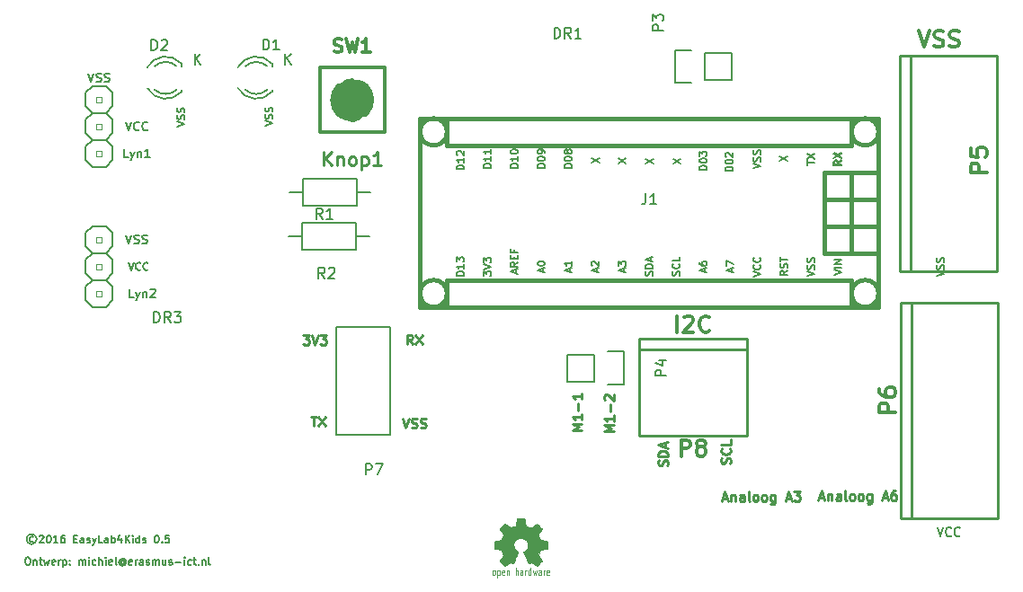
<source format=gbr>
G04 #@! TF.FileFunction,Legend,Top*
%FSLAX46Y46*%
G04 Gerber Fmt 4.6, Leading zero omitted, Abs format (unit mm)*
G04 Created by KiCad (PCBNEW 4.0.4-stable) date 11/17/16 22:49:04*
%MOMM*%
%LPD*%
G01*
G04 APERTURE LIST*
%ADD10C,0.100000*%
%ADD11C,0.225000*%
%ADD12C,0.175000*%
%ADD13C,0.200000*%
%ADD14C,0.381000*%
%ADD15C,0.066040*%
%ADD16C,0.152400*%
%ADD17C,0.304800*%
%ADD18C,2.540000*%
%ADD19C,0.075000*%
%ADD20C,0.002540*%
%ADD21C,0.150000*%
%ADD22C,0.254000*%
%ADD23C,0.203200*%
%ADD24C,0.317500*%
%ADD25C,0.206000*%
G04 APERTURE END LIST*
D10*
D11*
X56492857Y-50357143D02*
X56792857Y-51257143D01*
X57092857Y-50357143D01*
X57350001Y-51214286D02*
X57478572Y-51257143D01*
X57692858Y-51257143D01*
X57778572Y-51214286D01*
X57821429Y-51171429D01*
X57864286Y-51085714D01*
X57864286Y-51000000D01*
X57821429Y-50914286D01*
X57778572Y-50871429D01*
X57692858Y-50828571D01*
X57521429Y-50785714D01*
X57435715Y-50742857D01*
X57392858Y-50700000D01*
X57350001Y-50614286D01*
X57350001Y-50528571D01*
X57392858Y-50442857D01*
X57435715Y-50400000D01*
X57521429Y-50357143D01*
X57735715Y-50357143D01*
X57864286Y-50400000D01*
X58207144Y-51214286D02*
X58335715Y-51257143D01*
X58550001Y-51257143D01*
X58635715Y-51214286D01*
X58678572Y-51171429D01*
X58721429Y-51085714D01*
X58721429Y-51000000D01*
X58678572Y-50914286D01*
X58635715Y-50871429D01*
X58550001Y-50828571D01*
X58378572Y-50785714D01*
X58292858Y-50742857D01*
X58250001Y-50700000D01*
X58207144Y-50614286D01*
X58207144Y-50528571D01*
X58250001Y-50442857D01*
X58292858Y-50400000D01*
X58378572Y-50357143D01*
X58592858Y-50357143D01*
X58721429Y-50400000D01*
D12*
X82683333Y-25916667D02*
X81983333Y-26383334D01*
X82683333Y-26383334D02*
X81983333Y-25916667D01*
X80133333Y-25916667D02*
X79433333Y-26383334D01*
X80133333Y-26383334D02*
X79433333Y-25916667D01*
X77533333Y-25866667D02*
X76833333Y-26333334D01*
X77533333Y-26333334D02*
X76833333Y-25866667D01*
X75033333Y-25816667D02*
X74333333Y-26283334D01*
X75033333Y-26283334D02*
X74333333Y-25816667D01*
X92733333Y-25666667D02*
X92033333Y-26133334D01*
X92733333Y-26133334D02*
X92033333Y-25666667D01*
X97816667Y-26116666D02*
X97483333Y-26350000D01*
X97816667Y-26516666D02*
X97116667Y-26516666D01*
X97116667Y-26250000D01*
X97150000Y-26183333D01*
X97183333Y-26150000D01*
X97250000Y-26116666D01*
X97350000Y-26116666D01*
X97416667Y-26150000D01*
X97450000Y-26183333D01*
X97483333Y-26250000D01*
X97483333Y-26516666D01*
X97116667Y-25883333D02*
X97816667Y-25416666D01*
X97116667Y-25416666D02*
X97816667Y-25883333D01*
X94616667Y-26483333D02*
X94616667Y-26083333D01*
X95316667Y-26283333D02*
X94616667Y-26283333D01*
X94616667Y-25916667D02*
X95316667Y-25450000D01*
X94616667Y-25450000D02*
X95316667Y-25916667D01*
X87616667Y-27050000D02*
X86916667Y-27050000D01*
X86916667Y-26883334D01*
X86950000Y-26783334D01*
X87016667Y-26716667D01*
X87083333Y-26683334D01*
X87216667Y-26650000D01*
X87316667Y-26650000D01*
X87450000Y-26683334D01*
X87516667Y-26716667D01*
X87583333Y-26783334D01*
X87616667Y-26883334D01*
X87616667Y-27050000D01*
X86916667Y-26216667D02*
X86916667Y-26150000D01*
X86950000Y-26083334D01*
X86983333Y-26050000D01*
X87050000Y-26016667D01*
X87183333Y-25983334D01*
X87350000Y-25983334D01*
X87483333Y-26016667D01*
X87550000Y-26050000D01*
X87583333Y-26083334D01*
X87616667Y-26150000D01*
X87616667Y-26216667D01*
X87583333Y-26283334D01*
X87550000Y-26316667D01*
X87483333Y-26350000D01*
X87350000Y-26383334D01*
X87183333Y-26383334D01*
X87050000Y-26350000D01*
X86983333Y-26316667D01*
X86950000Y-26283334D01*
X86916667Y-26216667D01*
X86983333Y-25716667D02*
X86950000Y-25683333D01*
X86916667Y-25616667D01*
X86916667Y-25450000D01*
X86950000Y-25383333D01*
X86983333Y-25350000D01*
X87050000Y-25316667D01*
X87116667Y-25316667D01*
X87216667Y-25350000D01*
X87616667Y-25750000D01*
X87616667Y-25316667D01*
D11*
X86657142Y-57900000D02*
X87085713Y-57900000D01*
X86571427Y-58157143D02*
X86871427Y-57257143D01*
X87171427Y-58157143D01*
X87471428Y-57557143D02*
X87471428Y-58157143D01*
X87471428Y-57642857D02*
X87514285Y-57600000D01*
X87599999Y-57557143D01*
X87728571Y-57557143D01*
X87814285Y-57600000D01*
X87857142Y-57685714D01*
X87857142Y-58157143D01*
X88671428Y-58157143D02*
X88671428Y-57685714D01*
X88628571Y-57600000D01*
X88542857Y-57557143D01*
X88371428Y-57557143D01*
X88285714Y-57600000D01*
X88671428Y-58114286D02*
X88585714Y-58157143D01*
X88371428Y-58157143D01*
X88285714Y-58114286D01*
X88242857Y-58028571D01*
X88242857Y-57942857D01*
X88285714Y-57857143D01*
X88371428Y-57814286D01*
X88585714Y-57814286D01*
X88671428Y-57771429D01*
X89228571Y-58157143D02*
X89142857Y-58114286D01*
X89100000Y-58028571D01*
X89100000Y-57257143D01*
X89700000Y-58157143D02*
X89614286Y-58114286D01*
X89571429Y-58071429D01*
X89528572Y-57985714D01*
X89528572Y-57728571D01*
X89571429Y-57642857D01*
X89614286Y-57600000D01*
X89700000Y-57557143D01*
X89828572Y-57557143D01*
X89914286Y-57600000D01*
X89957143Y-57642857D01*
X90000000Y-57728571D01*
X90000000Y-57985714D01*
X89957143Y-58071429D01*
X89914286Y-58114286D01*
X89828572Y-58157143D01*
X89700000Y-58157143D01*
X90514286Y-58157143D02*
X90428572Y-58114286D01*
X90385715Y-58071429D01*
X90342858Y-57985714D01*
X90342858Y-57728571D01*
X90385715Y-57642857D01*
X90428572Y-57600000D01*
X90514286Y-57557143D01*
X90642858Y-57557143D01*
X90728572Y-57600000D01*
X90771429Y-57642857D01*
X90814286Y-57728571D01*
X90814286Y-57985714D01*
X90771429Y-58071429D01*
X90728572Y-58114286D01*
X90642858Y-58157143D01*
X90514286Y-58157143D01*
X91585715Y-57557143D02*
X91585715Y-58285714D01*
X91542858Y-58371429D01*
X91500001Y-58414286D01*
X91414286Y-58457143D01*
X91285715Y-58457143D01*
X91200001Y-58414286D01*
X91585715Y-58114286D02*
X91500001Y-58157143D01*
X91328572Y-58157143D01*
X91242858Y-58114286D01*
X91200001Y-58071429D01*
X91157144Y-57985714D01*
X91157144Y-57728571D01*
X91200001Y-57642857D01*
X91242858Y-57600000D01*
X91328572Y-57557143D01*
X91500001Y-57557143D01*
X91585715Y-57600000D01*
X92657144Y-57900000D02*
X93085715Y-57900000D01*
X92571429Y-58157143D02*
X92871429Y-57257143D01*
X93171429Y-58157143D01*
X93385715Y-57257143D02*
X93942858Y-57257143D01*
X93642858Y-57600000D01*
X93771430Y-57600000D01*
X93857144Y-57642857D01*
X93900001Y-57685714D01*
X93942858Y-57771429D01*
X93942858Y-57985714D01*
X93900001Y-58071429D01*
X93857144Y-58114286D01*
X93771430Y-58157143D01*
X93514287Y-58157143D01*
X93428573Y-58114286D01*
X93385715Y-58071429D01*
X95757142Y-57850000D02*
X96185713Y-57850000D01*
X95671427Y-58107143D02*
X95971427Y-57207143D01*
X96271427Y-58107143D01*
X96571428Y-57507143D02*
X96571428Y-58107143D01*
X96571428Y-57592857D02*
X96614285Y-57550000D01*
X96699999Y-57507143D01*
X96828571Y-57507143D01*
X96914285Y-57550000D01*
X96957142Y-57635714D01*
X96957142Y-58107143D01*
X97771428Y-58107143D02*
X97771428Y-57635714D01*
X97728571Y-57550000D01*
X97642857Y-57507143D01*
X97471428Y-57507143D01*
X97385714Y-57550000D01*
X97771428Y-58064286D02*
X97685714Y-58107143D01*
X97471428Y-58107143D01*
X97385714Y-58064286D01*
X97342857Y-57978571D01*
X97342857Y-57892857D01*
X97385714Y-57807143D01*
X97471428Y-57764286D01*
X97685714Y-57764286D01*
X97771428Y-57721429D01*
X98328571Y-58107143D02*
X98242857Y-58064286D01*
X98200000Y-57978571D01*
X98200000Y-57207143D01*
X98800000Y-58107143D02*
X98714286Y-58064286D01*
X98671429Y-58021429D01*
X98628572Y-57935714D01*
X98628572Y-57678571D01*
X98671429Y-57592857D01*
X98714286Y-57550000D01*
X98800000Y-57507143D01*
X98928572Y-57507143D01*
X99014286Y-57550000D01*
X99057143Y-57592857D01*
X99100000Y-57678571D01*
X99100000Y-57935714D01*
X99057143Y-58021429D01*
X99014286Y-58064286D01*
X98928572Y-58107143D01*
X98800000Y-58107143D01*
X99614286Y-58107143D02*
X99528572Y-58064286D01*
X99485715Y-58021429D01*
X99442858Y-57935714D01*
X99442858Y-57678571D01*
X99485715Y-57592857D01*
X99528572Y-57550000D01*
X99614286Y-57507143D01*
X99742858Y-57507143D01*
X99828572Y-57550000D01*
X99871429Y-57592857D01*
X99914286Y-57678571D01*
X99914286Y-57935714D01*
X99871429Y-58021429D01*
X99828572Y-58064286D01*
X99742858Y-58107143D01*
X99614286Y-58107143D01*
X100685715Y-57507143D02*
X100685715Y-58235714D01*
X100642858Y-58321429D01*
X100600001Y-58364286D01*
X100514286Y-58407143D01*
X100385715Y-58407143D01*
X100300001Y-58364286D01*
X100685715Y-58064286D02*
X100600001Y-58107143D01*
X100428572Y-58107143D01*
X100342858Y-58064286D01*
X100300001Y-58021429D01*
X100257144Y-57935714D01*
X100257144Y-57678571D01*
X100300001Y-57592857D01*
X100342858Y-57550000D01*
X100428572Y-57507143D01*
X100600001Y-57507143D01*
X100685715Y-57550000D01*
X101757144Y-57850000D02*
X102185715Y-57850000D01*
X101671429Y-58107143D02*
X101971429Y-57207143D01*
X102271429Y-58107143D01*
X102957144Y-57207143D02*
X102785715Y-57207143D01*
X102700001Y-57250000D01*
X102657144Y-57292857D01*
X102571430Y-57421429D01*
X102528573Y-57592857D01*
X102528573Y-57935714D01*
X102571430Y-58021429D01*
X102614287Y-58064286D01*
X102700001Y-58107143D01*
X102871430Y-58107143D01*
X102957144Y-58064286D01*
X103000001Y-58021429D01*
X103042858Y-57935714D01*
X103042858Y-57721429D01*
X103000001Y-57635714D01*
X102957144Y-57592857D01*
X102871430Y-57550000D01*
X102700001Y-57550000D01*
X102614287Y-57592857D01*
X102571430Y-57635714D01*
X102528573Y-57721429D01*
D12*
X21150536Y-63472267D02*
X21283869Y-63472267D01*
X21350536Y-63505600D01*
X21417203Y-63572267D01*
X21450536Y-63705600D01*
X21450536Y-63938933D01*
X21417203Y-64072267D01*
X21350536Y-64138933D01*
X21283869Y-64172267D01*
X21150536Y-64172267D01*
X21083869Y-64138933D01*
X21017203Y-64072267D01*
X20983869Y-63938933D01*
X20983869Y-63705600D01*
X21017203Y-63572267D01*
X21083869Y-63505600D01*
X21150536Y-63472267D01*
X21750536Y-63705600D02*
X21750536Y-64172267D01*
X21750536Y-63772267D02*
X21783869Y-63738933D01*
X21850536Y-63705600D01*
X21950536Y-63705600D01*
X22017202Y-63738933D01*
X22050536Y-63805600D01*
X22050536Y-64172267D01*
X22283869Y-63705600D02*
X22550535Y-63705600D01*
X22383869Y-63472267D02*
X22383869Y-64072267D01*
X22417202Y-64138933D01*
X22483869Y-64172267D01*
X22550535Y-64172267D01*
X22717202Y-63705600D02*
X22850535Y-64172267D01*
X22983869Y-63838933D01*
X23117202Y-64172267D01*
X23250535Y-63705600D01*
X23783868Y-64138933D02*
X23717202Y-64172267D01*
X23583868Y-64172267D01*
X23517202Y-64138933D01*
X23483868Y-64072267D01*
X23483868Y-63805600D01*
X23517202Y-63738933D01*
X23583868Y-63705600D01*
X23717202Y-63705600D01*
X23783868Y-63738933D01*
X23817202Y-63805600D01*
X23817202Y-63872267D01*
X23483868Y-63938933D01*
X24117202Y-64172267D02*
X24117202Y-63705600D01*
X24117202Y-63838933D02*
X24150535Y-63772267D01*
X24183868Y-63738933D01*
X24250535Y-63705600D01*
X24317202Y-63705600D01*
X24550535Y-63705600D02*
X24550535Y-64405600D01*
X24550535Y-63738933D02*
X24617201Y-63705600D01*
X24750535Y-63705600D01*
X24817201Y-63738933D01*
X24850535Y-63772267D01*
X24883868Y-63838933D01*
X24883868Y-64038933D01*
X24850535Y-64105600D01*
X24817201Y-64138933D01*
X24750535Y-64172267D01*
X24617201Y-64172267D01*
X24550535Y-64138933D01*
X25183868Y-64105600D02*
X25217201Y-64138933D01*
X25183868Y-64172267D01*
X25150534Y-64138933D01*
X25183868Y-64105600D01*
X25183868Y-64172267D01*
X25183868Y-63738933D02*
X25217201Y-63772267D01*
X25183868Y-63805600D01*
X25150534Y-63772267D01*
X25183868Y-63738933D01*
X25183868Y-63805600D01*
X26050534Y-64172267D02*
X26050534Y-63705600D01*
X26050534Y-63772267D02*
X26083867Y-63738933D01*
X26150534Y-63705600D01*
X26250534Y-63705600D01*
X26317200Y-63738933D01*
X26350534Y-63805600D01*
X26350534Y-64172267D01*
X26350534Y-63805600D02*
X26383867Y-63738933D01*
X26450534Y-63705600D01*
X26550534Y-63705600D01*
X26617200Y-63738933D01*
X26650534Y-63805600D01*
X26650534Y-64172267D01*
X26983867Y-64172267D02*
X26983867Y-63705600D01*
X26983867Y-63472267D02*
X26950533Y-63505600D01*
X26983867Y-63538933D01*
X27017200Y-63505600D01*
X26983867Y-63472267D01*
X26983867Y-63538933D01*
X27617200Y-64138933D02*
X27550533Y-64172267D01*
X27417200Y-64172267D01*
X27350533Y-64138933D01*
X27317200Y-64105600D01*
X27283866Y-64038933D01*
X27283866Y-63838933D01*
X27317200Y-63772267D01*
X27350533Y-63738933D01*
X27417200Y-63705600D01*
X27550533Y-63705600D01*
X27617200Y-63738933D01*
X27917200Y-64172267D02*
X27917200Y-63472267D01*
X28217200Y-64172267D02*
X28217200Y-63805600D01*
X28183866Y-63738933D01*
X28117200Y-63705600D01*
X28017200Y-63705600D01*
X27950533Y-63738933D01*
X27917200Y-63772267D01*
X28550533Y-64172267D02*
X28550533Y-63705600D01*
X28550533Y-63472267D02*
X28517199Y-63505600D01*
X28550533Y-63538933D01*
X28583866Y-63505600D01*
X28550533Y-63472267D01*
X28550533Y-63538933D01*
X29150532Y-64138933D02*
X29083866Y-64172267D01*
X28950532Y-64172267D01*
X28883866Y-64138933D01*
X28850532Y-64072267D01*
X28850532Y-63805600D01*
X28883866Y-63738933D01*
X28950532Y-63705600D01*
X29083866Y-63705600D01*
X29150532Y-63738933D01*
X29183866Y-63805600D01*
X29183866Y-63872267D01*
X28850532Y-63938933D01*
X29583866Y-64172267D02*
X29517199Y-64138933D01*
X29483866Y-64072267D01*
X29483866Y-63472267D01*
X30283866Y-63838933D02*
X30250533Y-63805600D01*
X30183866Y-63772267D01*
X30117199Y-63772267D01*
X30050533Y-63805600D01*
X30017199Y-63838933D01*
X29983866Y-63905600D01*
X29983866Y-63972267D01*
X30017199Y-64038933D01*
X30050533Y-64072267D01*
X30117199Y-64105600D01*
X30183866Y-64105600D01*
X30250533Y-64072267D01*
X30283866Y-64038933D01*
X30283866Y-63772267D02*
X30283866Y-64038933D01*
X30317199Y-64072267D01*
X30350533Y-64072267D01*
X30417199Y-64038933D01*
X30450533Y-63972267D01*
X30450533Y-63805600D01*
X30383866Y-63705600D01*
X30283866Y-63638933D01*
X30150533Y-63605600D01*
X30017199Y-63638933D01*
X29917199Y-63705600D01*
X29850533Y-63805600D01*
X29817199Y-63938933D01*
X29850533Y-64072267D01*
X29917199Y-64172267D01*
X30017199Y-64238933D01*
X30150533Y-64272267D01*
X30283866Y-64238933D01*
X30383866Y-64172267D01*
X31017199Y-64138933D02*
X30950533Y-64172267D01*
X30817199Y-64172267D01*
X30750533Y-64138933D01*
X30717199Y-64072267D01*
X30717199Y-63805600D01*
X30750533Y-63738933D01*
X30817199Y-63705600D01*
X30950533Y-63705600D01*
X31017199Y-63738933D01*
X31050533Y-63805600D01*
X31050533Y-63872267D01*
X30717199Y-63938933D01*
X31350533Y-64172267D02*
X31350533Y-63705600D01*
X31350533Y-63838933D02*
X31383866Y-63772267D01*
X31417199Y-63738933D01*
X31483866Y-63705600D01*
X31550533Y-63705600D01*
X32083866Y-64172267D02*
X32083866Y-63805600D01*
X32050532Y-63738933D01*
X31983866Y-63705600D01*
X31850532Y-63705600D01*
X31783866Y-63738933D01*
X32083866Y-64138933D02*
X32017199Y-64172267D01*
X31850532Y-64172267D01*
X31783866Y-64138933D01*
X31750532Y-64072267D01*
X31750532Y-64005600D01*
X31783866Y-63938933D01*
X31850532Y-63905600D01*
X32017199Y-63905600D01*
X32083866Y-63872267D01*
X32383865Y-64138933D02*
X32450532Y-64172267D01*
X32583865Y-64172267D01*
X32650532Y-64138933D01*
X32683865Y-64072267D01*
X32683865Y-64038933D01*
X32650532Y-63972267D01*
X32583865Y-63938933D01*
X32483865Y-63938933D01*
X32417199Y-63905600D01*
X32383865Y-63838933D01*
X32383865Y-63805600D01*
X32417199Y-63738933D01*
X32483865Y-63705600D01*
X32583865Y-63705600D01*
X32650532Y-63738933D01*
X32983866Y-64172267D02*
X32983866Y-63705600D01*
X32983866Y-63772267D02*
X33017199Y-63738933D01*
X33083866Y-63705600D01*
X33183866Y-63705600D01*
X33250532Y-63738933D01*
X33283866Y-63805600D01*
X33283866Y-64172267D01*
X33283866Y-63805600D02*
X33317199Y-63738933D01*
X33383866Y-63705600D01*
X33483866Y-63705600D01*
X33550532Y-63738933D01*
X33583866Y-63805600D01*
X33583866Y-64172267D01*
X34217199Y-63705600D02*
X34217199Y-64172267D01*
X33917199Y-63705600D02*
X33917199Y-64072267D01*
X33950532Y-64138933D01*
X34017199Y-64172267D01*
X34117199Y-64172267D01*
X34183865Y-64138933D01*
X34217199Y-64105600D01*
X34517198Y-64138933D02*
X34583865Y-64172267D01*
X34717198Y-64172267D01*
X34783865Y-64138933D01*
X34817198Y-64072267D01*
X34817198Y-64038933D01*
X34783865Y-63972267D01*
X34717198Y-63938933D01*
X34617198Y-63938933D01*
X34550532Y-63905600D01*
X34517198Y-63838933D01*
X34517198Y-63805600D01*
X34550532Y-63738933D01*
X34617198Y-63705600D01*
X34717198Y-63705600D01*
X34783865Y-63738933D01*
X35117199Y-63905600D02*
X35650532Y-63905600D01*
X35983866Y-64172267D02*
X35983866Y-63705600D01*
X35983866Y-63472267D02*
X35950532Y-63505600D01*
X35983866Y-63538933D01*
X36017199Y-63505600D01*
X35983866Y-63472267D01*
X35983866Y-63538933D01*
X36617199Y-64138933D02*
X36550532Y-64172267D01*
X36417199Y-64172267D01*
X36350532Y-64138933D01*
X36317199Y-64105600D01*
X36283865Y-64038933D01*
X36283865Y-63838933D01*
X36317199Y-63772267D01*
X36350532Y-63738933D01*
X36417199Y-63705600D01*
X36550532Y-63705600D01*
X36617199Y-63738933D01*
X36817199Y-63705600D02*
X37083865Y-63705600D01*
X36917199Y-63472267D02*
X36917199Y-64072267D01*
X36950532Y-64138933D01*
X37017199Y-64172267D01*
X37083865Y-64172267D01*
X37317199Y-64105600D02*
X37350532Y-64138933D01*
X37317199Y-64172267D01*
X37283865Y-64138933D01*
X37317199Y-64105600D01*
X37317199Y-64172267D01*
X37650532Y-63705600D02*
X37650532Y-64172267D01*
X37650532Y-63772267D02*
X37683865Y-63738933D01*
X37750532Y-63705600D01*
X37850532Y-63705600D01*
X37917198Y-63738933D01*
X37950532Y-63805600D01*
X37950532Y-64172267D01*
X38383865Y-64172267D02*
X38317198Y-64138933D01*
X38283865Y-64072267D01*
X38283865Y-63472267D01*
X35278267Y-22845600D02*
X35978267Y-22612267D01*
X35278267Y-22378934D01*
X35944933Y-22178934D02*
X35978267Y-22078934D01*
X35978267Y-21912267D01*
X35944933Y-21845600D01*
X35911600Y-21812267D01*
X35844933Y-21778934D01*
X35778267Y-21778934D01*
X35711600Y-21812267D01*
X35678267Y-21845600D01*
X35644933Y-21912267D01*
X35611600Y-22045600D01*
X35578267Y-22112267D01*
X35544933Y-22145600D01*
X35478267Y-22178934D01*
X35411600Y-22178934D01*
X35344933Y-22145600D01*
X35311600Y-22112267D01*
X35278267Y-22045600D01*
X35278267Y-21878934D01*
X35311600Y-21778934D01*
X35944933Y-21512267D02*
X35978267Y-21412267D01*
X35978267Y-21245600D01*
X35944933Y-21178933D01*
X35911600Y-21145600D01*
X35844933Y-21112267D01*
X35778267Y-21112267D01*
X35711600Y-21145600D01*
X35678267Y-21178933D01*
X35644933Y-21245600D01*
X35611600Y-21378933D01*
X35578267Y-21445600D01*
X35544933Y-21478933D01*
X35478267Y-21512267D01*
X35411600Y-21512267D01*
X35344933Y-21478933D01*
X35311600Y-21445600D01*
X35278267Y-21378933D01*
X35278267Y-21212267D01*
X35311600Y-21112267D01*
X43558667Y-22794800D02*
X44258667Y-22561467D01*
X43558667Y-22328134D01*
X44225333Y-22128134D02*
X44258667Y-22028134D01*
X44258667Y-21861467D01*
X44225333Y-21794800D01*
X44192000Y-21761467D01*
X44125333Y-21728134D01*
X44058667Y-21728134D01*
X43992000Y-21761467D01*
X43958667Y-21794800D01*
X43925333Y-21861467D01*
X43892000Y-21994800D01*
X43858667Y-22061467D01*
X43825333Y-22094800D01*
X43758667Y-22128134D01*
X43692000Y-22128134D01*
X43625333Y-22094800D01*
X43592000Y-22061467D01*
X43558667Y-21994800D01*
X43558667Y-21828134D01*
X43592000Y-21728134D01*
X44225333Y-21461467D02*
X44258667Y-21361467D01*
X44258667Y-21194800D01*
X44225333Y-21128133D01*
X44192000Y-21094800D01*
X44125333Y-21061467D01*
X44058667Y-21061467D01*
X43992000Y-21094800D01*
X43958667Y-21128133D01*
X43925333Y-21194800D01*
X43892000Y-21328133D01*
X43858667Y-21394800D01*
X43825333Y-21428133D01*
X43758667Y-21461467D01*
X43692000Y-21461467D01*
X43625333Y-21428133D01*
X43592000Y-21394800D01*
X43558667Y-21328133D01*
X43558667Y-21161467D01*
X43592000Y-21061467D01*
D11*
X76403943Y-51599885D02*
X75503943Y-51599885D01*
X76146800Y-51299885D01*
X75503943Y-50999885D01*
X76403943Y-50999885D01*
X76403943Y-50099886D02*
X76403943Y-50614171D01*
X76403943Y-50357029D02*
X75503943Y-50357029D01*
X75632514Y-50442743D01*
X75718229Y-50528457D01*
X75761086Y-50614171D01*
X76061086Y-49714171D02*
X76061086Y-49028457D01*
X75589657Y-48642742D02*
X75546800Y-48599885D01*
X75503943Y-48514171D01*
X75503943Y-48299885D01*
X75546800Y-48214171D01*
X75589657Y-48171314D01*
X75675371Y-48128457D01*
X75761086Y-48128457D01*
X75889657Y-48171314D01*
X76403943Y-48685600D01*
X76403943Y-48128457D01*
X73406743Y-51498285D02*
X72506743Y-51498285D01*
X73149600Y-51198285D01*
X72506743Y-50898285D01*
X73406743Y-50898285D01*
X73406743Y-49998286D02*
X73406743Y-50512571D01*
X73406743Y-50255429D02*
X72506743Y-50255429D01*
X72635314Y-50341143D01*
X72721029Y-50426857D01*
X72763886Y-50512571D01*
X73063886Y-49612571D02*
X73063886Y-48926857D01*
X73406743Y-48026857D02*
X73406743Y-48541142D01*
X73406743Y-48284000D02*
X72506743Y-48284000D01*
X72635314Y-48369714D01*
X72721029Y-48455428D01*
X72763886Y-48541142D01*
X87384686Y-54614628D02*
X87427543Y-54486057D01*
X87427543Y-54271771D01*
X87384686Y-54186057D01*
X87341829Y-54143200D01*
X87256114Y-54100343D01*
X87170400Y-54100343D01*
X87084686Y-54143200D01*
X87041829Y-54186057D01*
X86998971Y-54271771D01*
X86956114Y-54443200D01*
X86913257Y-54528914D01*
X86870400Y-54571771D01*
X86784686Y-54614628D01*
X86698971Y-54614628D01*
X86613257Y-54571771D01*
X86570400Y-54528914D01*
X86527543Y-54443200D01*
X86527543Y-54228914D01*
X86570400Y-54100343D01*
X87341829Y-53200343D02*
X87384686Y-53243200D01*
X87427543Y-53371771D01*
X87427543Y-53457485D01*
X87384686Y-53586057D01*
X87298971Y-53671771D01*
X87213257Y-53714628D01*
X87041829Y-53757485D01*
X86913257Y-53757485D01*
X86741829Y-53714628D01*
X86656114Y-53671771D01*
X86570400Y-53586057D01*
X86527543Y-53457485D01*
X86527543Y-53371771D01*
X86570400Y-53243200D01*
X86613257Y-53200343D01*
X87427543Y-52386057D02*
X87427543Y-52814628D01*
X86527543Y-52814628D01*
X81441086Y-54839257D02*
X81483943Y-54710686D01*
X81483943Y-54496400D01*
X81441086Y-54410686D01*
X81398229Y-54367829D01*
X81312514Y-54324972D01*
X81226800Y-54324972D01*
X81141086Y-54367829D01*
X81098229Y-54410686D01*
X81055371Y-54496400D01*
X81012514Y-54667829D01*
X80969657Y-54753543D01*
X80926800Y-54796400D01*
X80841086Y-54839257D01*
X80755371Y-54839257D01*
X80669657Y-54796400D01*
X80626800Y-54753543D01*
X80583943Y-54667829D01*
X80583943Y-54453543D01*
X80626800Y-54324972D01*
X81483943Y-53939257D02*
X80583943Y-53939257D01*
X80583943Y-53724972D01*
X80626800Y-53596400D01*
X80712514Y-53510686D01*
X80798229Y-53467829D01*
X80969657Y-53424972D01*
X81098229Y-53424972D01*
X81269657Y-53467829D01*
X81355371Y-53510686D01*
X81441086Y-53596400D01*
X81483943Y-53724972D01*
X81483943Y-53939257D01*
X81226800Y-53082114D02*
X81226800Y-52653543D01*
X81483943Y-53167829D02*
X80583943Y-52867829D01*
X81483943Y-52567829D01*
X47879086Y-50205543D02*
X48393372Y-50205543D01*
X48136229Y-51105543D02*
X48136229Y-50205543D01*
X48607657Y-50205543D02*
X49207657Y-51105543D01*
X49207657Y-50205543D02*
X48607657Y-51105543D01*
X57457200Y-43383943D02*
X57157200Y-42955371D01*
X56942915Y-43383943D02*
X56942915Y-42483943D01*
X57285772Y-42483943D01*
X57371486Y-42526800D01*
X57414343Y-42569657D01*
X57457200Y-42655371D01*
X57457200Y-42783943D01*
X57414343Y-42869657D01*
X57371486Y-42912514D01*
X57285772Y-42955371D01*
X56942915Y-42955371D01*
X57757200Y-42483943D02*
X58357200Y-43383943D01*
X58357200Y-42483943D02*
X57757200Y-43383943D01*
X47145714Y-42534743D02*
X47702857Y-42534743D01*
X47402857Y-42877600D01*
X47531429Y-42877600D01*
X47617143Y-42920457D01*
X47660000Y-42963314D01*
X47702857Y-43049029D01*
X47702857Y-43263314D01*
X47660000Y-43349029D01*
X47617143Y-43391886D01*
X47531429Y-43434743D01*
X47274286Y-43434743D01*
X47188572Y-43391886D01*
X47145714Y-43349029D01*
X47960000Y-42534743D02*
X48260000Y-43434743D01*
X48560000Y-42534743D01*
X48774286Y-42534743D02*
X49331429Y-42534743D01*
X49031429Y-42877600D01*
X49160001Y-42877600D01*
X49245715Y-42920457D01*
X49288572Y-42963314D01*
X49331429Y-43049029D01*
X49331429Y-43263314D01*
X49288572Y-43349029D01*
X49245715Y-43391886D01*
X49160001Y-43434743D01*
X48902858Y-43434743D01*
X48817144Y-43391886D01*
X48774286Y-43349029D01*
D12*
X67172667Y-36693333D02*
X67172667Y-36359999D01*
X67372667Y-36759999D02*
X66672667Y-36526666D01*
X67372667Y-36293333D01*
X67372667Y-35659999D02*
X67039333Y-35893333D01*
X67372667Y-36059999D02*
X66672667Y-36059999D01*
X66672667Y-35793333D01*
X66706000Y-35726666D01*
X66739333Y-35693333D01*
X66806000Y-35659999D01*
X66906000Y-35659999D01*
X66972667Y-35693333D01*
X67006000Y-35726666D01*
X67039333Y-35793333D01*
X67039333Y-36059999D01*
X67006000Y-35359999D02*
X67006000Y-35126666D01*
X67372667Y-35026666D02*
X67372667Y-35359999D01*
X66672667Y-35359999D01*
X66672667Y-35026666D01*
X67006000Y-34493333D02*
X67006000Y-34726666D01*
X67372667Y-34726666D02*
X66672667Y-34726666D01*
X66672667Y-34393333D01*
X87492667Y-36568000D02*
X87492667Y-36234666D01*
X87692667Y-36634666D02*
X86992667Y-36401333D01*
X87692667Y-36168000D01*
X86992667Y-36001333D02*
X86992667Y-35534666D01*
X87692667Y-35834666D01*
X84952667Y-36568000D02*
X84952667Y-36234666D01*
X85152667Y-36634666D02*
X84452667Y-36401333D01*
X85152667Y-36168000D01*
X84452667Y-35634666D02*
X84452667Y-35768000D01*
X84486000Y-35834666D01*
X84519333Y-35868000D01*
X84619333Y-35934666D01*
X84752667Y-35968000D01*
X85019333Y-35968000D01*
X85086000Y-35934666D01*
X85119333Y-35901333D01*
X85152667Y-35834666D01*
X85152667Y-35701333D01*
X85119333Y-35634666D01*
X85086000Y-35601333D01*
X85019333Y-35568000D01*
X84852667Y-35568000D01*
X84786000Y-35601333D01*
X84752667Y-35634666D01*
X84719333Y-35701333D01*
X84719333Y-35834666D01*
X84752667Y-35901333D01*
X84786000Y-35934666D01*
X84852667Y-35968000D01*
X85166667Y-26950000D02*
X84466667Y-26950000D01*
X84466667Y-26783334D01*
X84500000Y-26683334D01*
X84566667Y-26616667D01*
X84633333Y-26583334D01*
X84766667Y-26550000D01*
X84866667Y-26550000D01*
X85000000Y-26583334D01*
X85066667Y-26616667D01*
X85133333Y-26683334D01*
X85166667Y-26783334D01*
X85166667Y-26950000D01*
X84466667Y-26116667D02*
X84466667Y-26050000D01*
X84500000Y-25983334D01*
X84533333Y-25950000D01*
X84600000Y-25916667D01*
X84733333Y-25883334D01*
X84900000Y-25883334D01*
X85033333Y-25916667D01*
X85100000Y-25950000D01*
X85133333Y-25983334D01*
X85166667Y-26050000D01*
X85166667Y-26116667D01*
X85133333Y-26183334D01*
X85100000Y-26216667D01*
X85033333Y-26250000D01*
X84900000Y-26283334D01*
X84733333Y-26283334D01*
X84600000Y-26250000D01*
X84533333Y-26216667D01*
X84500000Y-26183334D01*
X84466667Y-26116667D01*
X84466667Y-25650000D02*
X84466667Y-25216667D01*
X84733333Y-25450000D01*
X84733333Y-25350000D01*
X84766667Y-25283333D01*
X84800000Y-25250000D01*
X84866667Y-25216667D01*
X85033333Y-25216667D01*
X85100000Y-25250000D01*
X85133333Y-25283333D01*
X85166667Y-25350000D01*
X85166667Y-25550000D01*
X85133333Y-25616667D01*
X85100000Y-25650000D01*
X72452667Y-26758000D02*
X71752667Y-26758000D01*
X71752667Y-26591334D01*
X71786000Y-26491334D01*
X71852667Y-26424667D01*
X71919333Y-26391334D01*
X72052667Y-26358000D01*
X72152667Y-26358000D01*
X72286000Y-26391334D01*
X72352667Y-26424667D01*
X72419333Y-26491334D01*
X72452667Y-26591334D01*
X72452667Y-26758000D01*
X71752667Y-25924667D02*
X71752667Y-25858000D01*
X71786000Y-25791334D01*
X71819333Y-25758000D01*
X71886000Y-25724667D01*
X72019333Y-25691334D01*
X72186000Y-25691334D01*
X72319333Y-25724667D01*
X72386000Y-25758000D01*
X72419333Y-25791334D01*
X72452667Y-25858000D01*
X72452667Y-25924667D01*
X72419333Y-25991334D01*
X72386000Y-26024667D01*
X72319333Y-26058000D01*
X72186000Y-26091334D01*
X72019333Y-26091334D01*
X71886000Y-26058000D01*
X71819333Y-26024667D01*
X71786000Y-25991334D01*
X71752667Y-25924667D01*
X72052667Y-25291333D02*
X72019333Y-25358000D01*
X71986000Y-25391333D01*
X71919333Y-25424667D01*
X71886000Y-25424667D01*
X71819333Y-25391333D01*
X71786000Y-25358000D01*
X71752667Y-25291333D01*
X71752667Y-25158000D01*
X71786000Y-25091333D01*
X71819333Y-25058000D01*
X71886000Y-25024667D01*
X71919333Y-25024667D01*
X71986000Y-25058000D01*
X72019333Y-25091333D01*
X72052667Y-25158000D01*
X72052667Y-25291333D01*
X72086000Y-25358000D01*
X72119333Y-25391333D01*
X72186000Y-25424667D01*
X72319333Y-25424667D01*
X72386000Y-25391333D01*
X72419333Y-25358000D01*
X72452667Y-25291333D01*
X72452667Y-25158000D01*
X72419333Y-25091333D01*
X72386000Y-25058000D01*
X72319333Y-25024667D01*
X72186000Y-25024667D01*
X72119333Y-25058000D01*
X72086000Y-25091333D01*
X72052667Y-25158000D01*
X69912667Y-26758000D02*
X69212667Y-26758000D01*
X69212667Y-26591334D01*
X69246000Y-26491334D01*
X69312667Y-26424667D01*
X69379333Y-26391334D01*
X69512667Y-26358000D01*
X69612667Y-26358000D01*
X69746000Y-26391334D01*
X69812667Y-26424667D01*
X69879333Y-26491334D01*
X69912667Y-26591334D01*
X69912667Y-26758000D01*
X69212667Y-25924667D02*
X69212667Y-25858000D01*
X69246000Y-25791334D01*
X69279333Y-25758000D01*
X69346000Y-25724667D01*
X69479333Y-25691334D01*
X69646000Y-25691334D01*
X69779333Y-25724667D01*
X69846000Y-25758000D01*
X69879333Y-25791334D01*
X69912667Y-25858000D01*
X69912667Y-25924667D01*
X69879333Y-25991334D01*
X69846000Y-26024667D01*
X69779333Y-26058000D01*
X69646000Y-26091334D01*
X69479333Y-26091334D01*
X69346000Y-26058000D01*
X69279333Y-26024667D01*
X69246000Y-25991334D01*
X69212667Y-25924667D01*
X69912667Y-25358000D02*
X69912667Y-25224667D01*
X69879333Y-25158000D01*
X69846000Y-25124667D01*
X69746000Y-25058000D01*
X69612667Y-25024667D01*
X69346000Y-25024667D01*
X69279333Y-25058000D01*
X69246000Y-25091333D01*
X69212667Y-25158000D01*
X69212667Y-25291333D01*
X69246000Y-25358000D01*
X69279333Y-25391333D01*
X69346000Y-25424667D01*
X69512667Y-25424667D01*
X69579333Y-25391333D01*
X69612667Y-25358000D01*
X69646000Y-25291333D01*
X69646000Y-25158000D01*
X69612667Y-25091333D01*
X69579333Y-25058000D01*
X69512667Y-25024667D01*
X106804667Y-36968000D02*
X107504667Y-36734667D01*
X106804667Y-36501334D01*
X107471333Y-36301334D02*
X107504667Y-36201334D01*
X107504667Y-36034667D01*
X107471333Y-35968000D01*
X107438000Y-35934667D01*
X107371333Y-35901334D01*
X107304667Y-35901334D01*
X107238000Y-35934667D01*
X107204667Y-35968000D01*
X107171333Y-36034667D01*
X107138000Y-36168000D01*
X107104667Y-36234667D01*
X107071333Y-36268000D01*
X107004667Y-36301334D01*
X106938000Y-36301334D01*
X106871333Y-36268000D01*
X106838000Y-36234667D01*
X106804667Y-36168000D01*
X106804667Y-36001334D01*
X106838000Y-35901334D01*
X107471333Y-35634667D02*
X107504667Y-35534667D01*
X107504667Y-35368000D01*
X107471333Y-35301333D01*
X107438000Y-35268000D01*
X107371333Y-35234667D01*
X107304667Y-35234667D01*
X107238000Y-35268000D01*
X107204667Y-35301333D01*
X107171333Y-35368000D01*
X107138000Y-35501333D01*
X107104667Y-35568000D01*
X107071333Y-35601333D01*
X107004667Y-35634667D01*
X106938000Y-35634667D01*
X106871333Y-35601333D01*
X106838000Y-35568000D01*
X106804667Y-35501333D01*
X106804667Y-35334667D01*
X106838000Y-35234667D01*
X30715067Y-35684667D02*
X30948400Y-36384667D01*
X31181733Y-35684667D01*
X31815067Y-36318000D02*
X31781733Y-36351333D01*
X31681733Y-36384667D01*
X31615067Y-36384667D01*
X31515067Y-36351333D01*
X31448400Y-36284667D01*
X31415067Y-36218000D01*
X31381733Y-36084667D01*
X31381733Y-35984667D01*
X31415067Y-35851333D01*
X31448400Y-35784667D01*
X31515067Y-35718000D01*
X31615067Y-35684667D01*
X31681733Y-35684667D01*
X31781733Y-35718000D01*
X31815067Y-35751333D01*
X32515067Y-36318000D02*
X32481733Y-36351333D01*
X32381733Y-36384667D01*
X32315067Y-36384667D01*
X32215067Y-36351333D01*
X32148400Y-36284667D01*
X32115067Y-36218000D01*
X32081733Y-36084667D01*
X32081733Y-35984667D01*
X32115067Y-35851333D01*
X32148400Y-35784667D01*
X32215067Y-35718000D01*
X32315067Y-35684667D01*
X32381733Y-35684667D01*
X32481733Y-35718000D01*
X32515067Y-35751333D01*
X64132667Y-36934667D02*
X64132667Y-36501334D01*
X64399333Y-36734667D01*
X64399333Y-36634667D01*
X64432667Y-36568000D01*
X64466000Y-36534667D01*
X64532667Y-36501334D01*
X64699333Y-36501334D01*
X64766000Y-36534667D01*
X64799333Y-36568000D01*
X64832667Y-36634667D01*
X64832667Y-36834667D01*
X64799333Y-36901334D01*
X64766000Y-36934667D01*
X64132667Y-36301333D02*
X64832667Y-36068000D01*
X64132667Y-35834667D01*
X64132667Y-35668000D02*
X64132667Y-35234667D01*
X64399333Y-35468000D01*
X64399333Y-35368000D01*
X64432667Y-35301333D01*
X64466000Y-35268000D01*
X64532667Y-35234667D01*
X64699333Y-35234667D01*
X64766000Y-35268000D01*
X64799333Y-35301333D01*
X64832667Y-35368000D01*
X64832667Y-35568000D01*
X64799333Y-35634667D01*
X64766000Y-35668000D01*
X92772667Y-36451333D02*
X92439333Y-36684667D01*
X92772667Y-36851333D02*
X92072667Y-36851333D01*
X92072667Y-36584667D01*
X92106000Y-36518000D01*
X92139333Y-36484667D01*
X92206000Y-36451333D01*
X92306000Y-36451333D01*
X92372667Y-36484667D01*
X92406000Y-36518000D01*
X92439333Y-36584667D01*
X92439333Y-36851333D01*
X92739333Y-36184667D02*
X92772667Y-36084667D01*
X92772667Y-35918000D01*
X92739333Y-35851333D01*
X92706000Y-35818000D01*
X92639333Y-35784667D01*
X92572667Y-35784667D01*
X92506000Y-35818000D01*
X92472667Y-35851333D01*
X92439333Y-35918000D01*
X92406000Y-36051333D01*
X92372667Y-36118000D01*
X92339333Y-36151333D01*
X92272667Y-36184667D01*
X92206000Y-36184667D01*
X92139333Y-36151333D01*
X92106000Y-36118000D01*
X92072667Y-36051333D01*
X92072667Y-35884667D01*
X92106000Y-35784667D01*
X92072667Y-35584666D02*
X92072667Y-35184666D01*
X92772667Y-35384666D02*
X92072667Y-35384666D01*
X82579333Y-36901334D02*
X82612667Y-36801334D01*
X82612667Y-36634667D01*
X82579333Y-36568000D01*
X82546000Y-36534667D01*
X82479333Y-36501334D01*
X82412667Y-36501334D01*
X82346000Y-36534667D01*
X82312667Y-36568000D01*
X82279333Y-36634667D01*
X82246000Y-36768000D01*
X82212667Y-36834667D01*
X82179333Y-36868000D01*
X82112667Y-36901334D01*
X82046000Y-36901334D01*
X81979333Y-36868000D01*
X81946000Y-36834667D01*
X81912667Y-36768000D01*
X81912667Y-36601334D01*
X81946000Y-36501334D01*
X82546000Y-35801333D02*
X82579333Y-35834667D01*
X82612667Y-35934667D01*
X82612667Y-36001333D01*
X82579333Y-36101333D01*
X82512667Y-36168000D01*
X82446000Y-36201333D01*
X82312667Y-36234667D01*
X82212667Y-36234667D01*
X82079333Y-36201333D01*
X82012667Y-36168000D01*
X81946000Y-36101333D01*
X81912667Y-36001333D01*
X81912667Y-35934667D01*
X81946000Y-35834667D01*
X81979333Y-35801333D01*
X82612667Y-35168000D02*
X82612667Y-35501333D01*
X81912667Y-35501333D01*
X21721733Y-61556133D02*
X21655067Y-61522800D01*
X21521733Y-61522800D01*
X21455067Y-61556133D01*
X21388400Y-61622800D01*
X21355067Y-61689467D01*
X21355067Y-61822800D01*
X21388400Y-61889467D01*
X21455067Y-61956133D01*
X21521733Y-61989467D01*
X21655067Y-61989467D01*
X21721733Y-61956133D01*
X21588400Y-61289467D02*
X21421733Y-61322800D01*
X21255067Y-61422800D01*
X21155067Y-61589467D01*
X21121733Y-61756133D01*
X21155067Y-61922800D01*
X21255067Y-62089467D01*
X21421733Y-62189467D01*
X21588400Y-62222800D01*
X21755067Y-62189467D01*
X21921733Y-62089467D01*
X22021733Y-61922800D01*
X22055067Y-61756133D01*
X22021733Y-61589467D01*
X21921733Y-61422800D01*
X21755067Y-61322800D01*
X21588400Y-61289467D01*
X22321733Y-61456133D02*
X22355067Y-61422800D01*
X22421733Y-61389467D01*
X22588400Y-61389467D01*
X22655067Y-61422800D01*
X22688400Y-61456133D01*
X22721733Y-61522800D01*
X22721733Y-61589467D01*
X22688400Y-61689467D01*
X22288400Y-62089467D01*
X22721733Y-62089467D01*
X23155067Y-61389467D02*
X23221734Y-61389467D01*
X23288400Y-61422800D01*
X23321734Y-61456133D01*
X23355067Y-61522800D01*
X23388400Y-61656133D01*
X23388400Y-61822800D01*
X23355067Y-61956133D01*
X23321734Y-62022800D01*
X23288400Y-62056133D01*
X23221734Y-62089467D01*
X23155067Y-62089467D01*
X23088400Y-62056133D01*
X23055067Y-62022800D01*
X23021734Y-61956133D01*
X22988400Y-61822800D01*
X22988400Y-61656133D01*
X23021734Y-61522800D01*
X23055067Y-61456133D01*
X23088400Y-61422800D01*
X23155067Y-61389467D01*
X24055067Y-62089467D02*
X23655067Y-62089467D01*
X23855067Y-62089467D02*
X23855067Y-61389467D01*
X23788401Y-61489467D01*
X23721734Y-61556133D01*
X23655067Y-61589467D01*
X24655068Y-61389467D02*
X24521734Y-61389467D01*
X24455068Y-61422800D01*
X24421734Y-61456133D01*
X24355068Y-61556133D01*
X24321734Y-61689467D01*
X24321734Y-61956133D01*
X24355068Y-62022800D01*
X24388401Y-62056133D01*
X24455068Y-62089467D01*
X24588401Y-62089467D01*
X24655068Y-62056133D01*
X24688401Y-62022800D01*
X24721734Y-61956133D01*
X24721734Y-61789467D01*
X24688401Y-61722800D01*
X24655068Y-61689467D01*
X24588401Y-61656133D01*
X24455068Y-61656133D01*
X24388401Y-61689467D01*
X24355068Y-61722800D01*
X24321734Y-61789467D01*
X25555068Y-61722800D02*
X25788401Y-61722800D01*
X25888401Y-62089467D02*
X25555068Y-62089467D01*
X25555068Y-61389467D01*
X25888401Y-61389467D01*
X26488401Y-62089467D02*
X26488401Y-61722800D01*
X26455067Y-61656133D01*
X26388401Y-61622800D01*
X26255067Y-61622800D01*
X26188401Y-61656133D01*
X26488401Y-62056133D02*
X26421734Y-62089467D01*
X26255067Y-62089467D01*
X26188401Y-62056133D01*
X26155067Y-61989467D01*
X26155067Y-61922800D01*
X26188401Y-61856133D01*
X26255067Y-61822800D01*
X26421734Y-61822800D01*
X26488401Y-61789467D01*
X26788400Y-62056133D02*
X26855067Y-62089467D01*
X26988400Y-62089467D01*
X27055067Y-62056133D01*
X27088400Y-61989467D01*
X27088400Y-61956133D01*
X27055067Y-61889467D01*
X26988400Y-61856133D01*
X26888400Y-61856133D01*
X26821734Y-61822800D01*
X26788400Y-61756133D01*
X26788400Y-61722800D01*
X26821734Y-61656133D01*
X26888400Y-61622800D01*
X26988400Y-61622800D01*
X27055067Y-61656133D01*
X27321734Y-61622800D02*
X27488401Y-62089467D01*
X27655067Y-61622800D02*
X27488401Y-62089467D01*
X27421734Y-62256133D01*
X27388401Y-62289467D01*
X27321734Y-62322800D01*
X28255067Y-62089467D02*
X27921734Y-62089467D01*
X27921734Y-61389467D01*
X28788401Y-62089467D02*
X28788401Y-61722800D01*
X28755067Y-61656133D01*
X28688401Y-61622800D01*
X28555067Y-61622800D01*
X28488401Y-61656133D01*
X28788401Y-62056133D02*
X28721734Y-62089467D01*
X28555067Y-62089467D01*
X28488401Y-62056133D01*
X28455067Y-61989467D01*
X28455067Y-61922800D01*
X28488401Y-61856133D01*
X28555067Y-61822800D01*
X28721734Y-61822800D01*
X28788401Y-61789467D01*
X29121734Y-62089467D02*
X29121734Y-61389467D01*
X29121734Y-61656133D02*
X29188400Y-61622800D01*
X29321734Y-61622800D01*
X29388400Y-61656133D01*
X29421734Y-61689467D01*
X29455067Y-61756133D01*
X29455067Y-61956133D01*
X29421734Y-62022800D01*
X29388400Y-62056133D01*
X29321734Y-62089467D01*
X29188400Y-62089467D01*
X29121734Y-62056133D01*
X30055067Y-61622800D02*
X30055067Y-62089467D01*
X29888400Y-61356133D02*
X29721733Y-61856133D01*
X30155067Y-61856133D01*
X30421734Y-62089467D02*
X30421734Y-61389467D01*
X30821734Y-62089467D02*
X30521734Y-61689467D01*
X30821734Y-61389467D02*
X30421734Y-61789467D01*
X31121734Y-62089467D02*
X31121734Y-61622800D01*
X31121734Y-61389467D02*
X31088400Y-61422800D01*
X31121734Y-61456133D01*
X31155067Y-61422800D01*
X31121734Y-61389467D01*
X31121734Y-61456133D01*
X31755067Y-62089467D02*
X31755067Y-61389467D01*
X31755067Y-62056133D02*
X31688400Y-62089467D01*
X31555067Y-62089467D01*
X31488400Y-62056133D01*
X31455067Y-62022800D01*
X31421733Y-61956133D01*
X31421733Y-61756133D01*
X31455067Y-61689467D01*
X31488400Y-61656133D01*
X31555067Y-61622800D01*
X31688400Y-61622800D01*
X31755067Y-61656133D01*
X32055066Y-62056133D02*
X32121733Y-62089467D01*
X32255066Y-62089467D01*
X32321733Y-62056133D01*
X32355066Y-61989467D01*
X32355066Y-61956133D01*
X32321733Y-61889467D01*
X32255066Y-61856133D01*
X32155066Y-61856133D01*
X32088400Y-61822800D01*
X32055066Y-61756133D01*
X32055066Y-61722800D01*
X32088400Y-61656133D01*
X32155066Y-61622800D01*
X32255066Y-61622800D01*
X32321733Y-61656133D01*
X33321733Y-61389467D02*
X33388400Y-61389467D01*
X33455066Y-61422800D01*
X33488400Y-61456133D01*
X33521733Y-61522800D01*
X33555066Y-61656133D01*
X33555066Y-61822800D01*
X33521733Y-61956133D01*
X33488400Y-62022800D01*
X33455066Y-62056133D01*
X33388400Y-62089467D01*
X33321733Y-62089467D01*
X33255066Y-62056133D01*
X33221733Y-62022800D01*
X33188400Y-61956133D01*
X33155066Y-61822800D01*
X33155066Y-61656133D01*
X33188400Y-61522800D01*
X33221733Y-61456133D01*
X33255066Y-61422800D01*
X33321733Y-61389467D01*
X33855067Y-62022800D02*
X33888400Y-62056133D01*
X33855067Y-62089467D01*
X33821733Y-62056133D01*
X33855067Y-62022800D01*
X33855067Y-62089467D01*
X34521733Y-61389467D02*
X34188400Y-61389467D01*
X34155066Y-61722800D01*
X34188400Y-61689467D01*
X34255066Y-61656133D01*
X34421733Y-61656133D01*
X34488400Y-61689467D01*
X34521733Y-61722800D01*
X34555066Y-61789467D01*
X34555066Y-61956133D01*
X34521733Y-62022800D01*
X34488400Y-62056133D01*
X34421733Y-62089467D01*
X34255066Y-62089467D01*
X34188400Y-62056133D01*
X34155066Y-62022800D01*
X80039333Y-36918000D02*
X80072667Y-36818000D01*
X80072667Y-36651333D01*
X80039333Y-36584666D01*
X80006000Y-36551333D01*
X79939333Y-36518000D01*
X79872667Y-36518000D01*
X79806000Y-36551333D01*
X79772667Y-36584666D01*
X79739333Y-36651333D01*
X79706000Y-36784666D01*
X79672667Y-36851333D01*
X79639333Y-36884666D01*
X79572667Y-36918000D01*
X79506000Y-36918000D01*
X79439333Y-36884666D01*
X79406000Y-36851333D01*
X79372667Y-36784666D01*
X79372667Y-36618000D01*
X79406000Y-36518000D01*
X80072667Y-36217999D02*
X79372667Y-36217999D01*
X79372667Y-36051333D01*
X79406000Y-35951333D01*
X79472667Y-35884666D01*
X79539333Y-35851333D01*
X79672667Y-35817999D01*
X79772667Y-35817999D01*
X79906000Y-35851333D01*
X79972667Y-35884666D01*
X80039333Y-35951333D01*
X80072667Y-36051333D01*
X80072667Y-36217999D01*
X79872667Y-35551333D02*
X79872667Y-35217999D01*
X80072667Y-35617999D02*
X79372667Y-35384666D01*
X80072667Y-35151333D01*
X97152667Y-36834666D02*
X97852667Y-36601333D01*
X97152667Y-36368000D01*
X97852667Y-36134666D02*
X97152667Y-36134666D01*
X97852667Y-35801333D02*
X97152667Y-35801333D01*
X97852667Y-35401333D01*
X97152667Y-35401333D01*
X89532667Y-26808000D02*
X90232667Y-26574667D01*
X89532667Y-26341334D01*
X90199333Y-26141334D02*
X90232667Y-26041334D01*
X90232667Y-25874667D01*
X90199333Y-25808000D01*
X90166000Y-25774667D01*
X90099333Y-25741334D01*
X90032667Y-25741334D01*
X89966000Y-25774667D01*
X89932667Y-25808000D01*
X89899333Y-25874667D01*
X89866000Y-26008000D01*
X89832667Y-26074667D01*
X89799333Y-26108000D01*
X89732667Y-26141334D01*
X89666000Y-26141334D01*
X89599333Y-26108000D01*
X89566000Y-26074667D01*
X89532667Y-26008000D01*
X89532667Y-25841334D01*
X89566000Y-25741334D01*
X90199333Y-25474667D02*
X90232667Y-25374667D01*
X90232667Y-25208000D01*
X90199333Y-25141333D01*
X90166000Y-25108000D01*
X90099333Y-25074667D01*
X90032667Y-25074667D01*
X89966000Y-25108000D01*
X89932667Y-25141333D01*
X89899333Y-25208000D01*
X89866000Y-25341333D01*
X89832667Y-25408000D01*
X89799333Y-25441333D01*
X89732667Y-25474667D01*
X89666000Y-25474667D01*
X89599333Y-25441333D01*
X89566000Y-25408000D01*
X89532667Y-25341333D01*
X89532667Y-25174667D01*
X89566000Y-25074667D01*
X97852667Y-26024666D02*
X97519333Y-26258000D01*
X97852667Y-26424666D02*
X97152667Y-26424666D01*
X97152667Y-26158000D01*
X97186000Y-26091333D01*
X97219333Y-26058000D01*
X97286000Y-26024666D01*
X97386000Y-26024666D01*
X97452667Y-26058000D01*
X97486000Y-26091333D01*
X97519333Y-26158000D01*
X97519333Y-26424666D01*
X97152667Y-25791333D02*
X97852667Y-25324666D01*
X97152667Y-25324666D02*
X97852667Y-25791333D01*
X94612667Y-26441333D02*
X94612667Y-26041333D01*
X95312667Y-26241333D02*
X94612667Y-26241333D01*
X94612667Y-25874667D02*
X95312667Y-25408000D01*
X94612667Y-25408000D02*
X95312667Y-25874667D01*
X94612667Y-36968000D02*
X95312667Y-36734667D01*
X94612667Y-36501334D01*
X95279333Y-36301334D02*
X95312667Y-36201334D01*
X95312667Y-36034667D01*
X95279333Y-35968000D01*
X95246000Y-35934667D01*
X95179333Y-35901334D01*
X95112667Y-35901334D01*
X95046000Y-35934667D01*
X95012667Y-35968000D01*
X94979333Y-36034667D01*
X94946000Y-36168000D01*
X94912667Y-36234667D01*
X94879333Y-36268000D01*
X94812667Y-36301334D01*
X94746000Y-36301334D01*
X94679333Y-36268000D01*
X94646000Y-36234667D01*
X94612667Y-36168000D01*
X94612667Y-36001334D01*
X94646000Y-35901334D01*
X95279333Y-35634667D02*
X95312667Y-35534667D01*
X95312667Y-35368000D01*
X95279333Y-35301333D01*
X95246000Y-35268000D01*
X95179333Y-35234667D01*
X95112667Y-35234667D01*
X95046000Y-35268000D01*
X95012667Y-35301333D01*
X94979333Y-35368000D01*
X94946000Y-35501333D01*
X94912667Y-35568000D01*
X94879333Y-35601333D01*
X94812667Y-35634667D01*
X94746000Y-35634667D01*
X94679333Y-35601333D01*
X94646000Y-35568000D01*
X94612667Y-35501333D01*
X94612667Y-35334667D01*
X94646000Y-35234667D01*
X89532667Y-37001333D02*
X90232667Y-36768000D01*
X89532667Y-36534667D01*
X90166000Y-35901333D02*
X90199333Y-35934667D01*
X90232667Y-36034667D01*
X90232667Y-36101333D01*
X90199333Y-36201333D01*
X90132667Y-36268000D01*
X90066000Y-36301333D01*
X89932667Y-36334667D01*
X89832667Y-36334667D01*
X89699333Y-36301333D01*
X89632667Y-36268000D01*
X89566000Y-36201333D01*
X89532667Y-36101333D01*
X89532667Y-36034667D01*
X89566000Y-35934667D01*
X89599333Y-35901333D01*
X90166000Y-35201333D02*
X90199333Y-35234667D01*
X90232667Y-35334667D01*
X90232667Y-35401333D01*
X90199333Y-35501333D01*
X90132667Y-35568000D01*
X90066000Y-35601333D01*
X89932667Y-35634667D01*
X89832667Y-35634667D01*
X89699333Y-35601333D01*
X89632667Y-35568000D01*
X89566000Y-35501333D01*
X89532667Y-35401333D01*
X89532667Y-35334667D01*
X89566000Y-35234667D01*
X89599333Y-35201333D01*
X77332667Y-36568000D02*
X77332667Y-36234666D01*
X77532667Y-36634666D02*
X76832667Y-36401333D01*
X77532667Y-36168000D01*
X76832667Y-36001333D02*
X76832667Y-35568000D01*
X77099333Y-35801333D01*
X77099333Y-35701333D01*
X77132667Y-35634666D01*
X77166000Y-35601333D01*
X77232667Y-35568000D01*
X77399333Y-35568000D01*
X77466000Y-35601333D01*
X77499333Y-35634666D01*
X77532667Y-35701333D01*
X77532667Y-35901333D01*
X77499333Y-35968000D01*
X77466000Y-36001333D01*
X74792667Y-36568000D02*
X74792667Y-36234666D01*
X74992667Y-36634666D02*
X74292667Y-36401333D01*
X74992667Y-36168000D01*
X74359333Y-35968000D02*
X74326000Y-35934666D01*
X74292667Y-35868000D01*
X74292667Y-35701333D01*
X74326000Y-35634666D01*
X74359333Y-35601333D01*
X74426000Y-35568000D01*
X74492667Y-35568000D01*
X74592667Y-35601333D01*
X74992667Y-36001333D01*
X74992667Y-35568000D01*
X72252667Y-36568000D02*
X72252667Y-36234666D01*
X72452667Y-36634666D02*
X71752667Y-36401333D01*
X72452667Y-36168000D01*
X72452667Y-35568000D02*
X72452667Y-35968000D01*
X72452667Y-35768000D02*
X71752667Y-35768000D01*
X71852667Y-35834666D01*
X71919333Y-35901333D01*
X71952667Y-35968000D01*
X69712667Y-36568000D02*
X69712667Y-36234666D01*
X69912667Y-36634666D02*
X69212667Y-36401333D01*
X69912667Y-36168000D01*
X69212667Y-35801333D02*
X69212667Y-35734666D01*
X69246000Y-35668000D01*
X69279333Y-35634666D01*
X69346000Y-35601333D01*
X69479333Y-35568000D01*
X69646000Y-35568000D01*
X69779333Y-35601333D01*
X69846000Y-35634666D01*
X69879333Y-35668000D01*
X69912667Y-35734666D01*
X69912667Y-35801333D01*
X69879333Y-35868000D01*
X69846000Y-35901333D01*
X69779333Y-35934666D01*
X69646000Y-35968000D01*
X69479333Y-35968000D01*
X69346000Y-35934666D01*
X69279333Y-35901333D01*
X69246000Y-35868000D01*
X69212667Y-35801333D01*
X62292667Y-36918000D02*
X61592667Y-36918000D01*
X61592667Y-36751334D01*
X61626000Y-36651334D01*
X61692667Y-36584667D01*
X61759333Y-36551334D01*
X61892667Y-36518000D01*
X61992667Y-36518000D01*
X62126000Y-36551334D01*
X62192667Y-36584667D01*
X62259333Y-36651334D01*
X62292667Y-36751334D01*
X62292667Y-36918000D01*
X62292667Y-35851334D02*
X62292667Y-36251334D01*
X62292667Y-36051334D02*
X61592667Y-36051334D01*
X61692667Y-36118000D01*
X61759333Y-36184667D01*
X61792667Y-36251334D01*
X61592667Y-35618000D02*
X61592667Y-35184667D01*
X61859333Y-35418000D01*
X61859333Y-35318000D01*
X61892667Y-35251333D01*
X61926000Y-35218000D01*
X61992667Y-35184667D01*
X62159333Y-35184667D01*
X62226000Y-35218000D01*
X62259333Y-35251333D01*
X62292667Y-35318000D01*
X62292667Y-35518000D01*
X62259333Y-35584667D01*
X62226000Y-35618000D01*
X67372667Y-26758000D02*
X66672667Y-26758000D01*
X66672667Y-26591334D01*
X66706000Y-26491334D01*
X66772667Y-26424667D01*
X66839333Y-26391334D01*
X66972667Y-26358000D01*
X67072667Y-26358000D01*
X67206000Y-26391334D01*
X67272667Y-26424667D01*
X67339333Y-26491334D01*
X67372667Y-26591334D01*
X67372667Y-26758000D01*
X67372667Y-25691334D02*
X67372667Y-26091334D01*
X67372667Y-25891334D02*
X66672667Y-25891334D01*
X66772667Y-25958000D01*
X66839333Y-26024667D01*
X66872667Y-26091334D01*
X66672667Y-25258000D02*
X66672667Y-25191333D01*
X66706000Y-25124667D01*
X66739333Y-25091333D01*
X66806000Y-25058000D01*
X66939333Y-25024667D01*
X67106000Y-25024667D01*
X67239333Y-25058000D01*
X67306000Y-25091333D01*
X67339333Y-25124667D01*
X67372667Y-25191333D01*
X67372667Y-25258000D01*
X67339333Y-25324667D01*
X67306000Y-25358000D01*
X67239333Y-25391333D01*
X67106000Y-25424667D01*
X66939333Y-25424667D01*
X66806000Y-25391333D01*
X66739333Y-25358000D01*
X66706000Y-25324667D01*
X66672667Y-25258000D01*
X64832667Y-26758000D02*
X64132667Y-26758000D01*
X64132667Y-26591334D01*
X64166000Y-26491334D01*
X64232667Y-26424667D01*
X64299333Y-26391334D01*
X64432667Y-26358000D01*
X64532667Y-26358000D01*
X64666000Y-26391334D01*
X64732667Y-26424667D01*
X64799333Y-26491334D01*
X64832667Y-26591334D01*
X64832667Y-26758000D01*
X64832667Y-25691334D02*
X64832667Y-26091334D01*
X64832667Y-25891334D02*
X64132667Y-25891334D01*
X64232667Y-25958000D01*
X64299333Y-26024667D01*
X64332667Y-26091334D01*
X64832667Y-25024667D02*
X64832667Y-25424667D01*
X64832667Y-25224667D02*
X64132667Y-25224667D01*
X64232667Y-25291333D01*
X64299333Y-25358000D01*
X64332667Y-25424667D01*
X62316667Y-26900000D02*
X61616667Y-26900000D01*
X61616667Y-26733334D01*
X61650000Y-26633334D01*
X61716667Y-26566667D01*
X61783333Y-26533334D01*
X61916667Y-26500000D01*
X62016667Y-26500000D01*
X62150000Y-26533334D01*
X62216667Y-26566667D01*
X62283333Y-26633334D01*
X62316667Y-26733334D01*
X62316667Y-26900000D01*
X62316667Y-25833334D02*
X62316667Y-26233334D01*
X62316667Y-26033334D02*
X61616667Y-26033334D01*
X61716667Y-26100000D01*
X61783333Y-26166667D01*
X61816667Y-26233334D01*
X61683333Y-25566667D02*
X61650000Y-25533333D01*
X61616667Y-25466667D01*
X61616667Y-25300000D01*
X61650000Y-25233333D01*
X61683333Y-25200000D01*
X61750000Y-25166667D01*
X61816667Y-25166667D01*
X61916667Y-25200000D01*
X62316667Y-25600000D01*
X62316667Y-25166667D01*
D13*
X26911428Y-17849905D02*
X27178095Y-18649905D01*
X27444762Y-17849905D01*
X27673333Y-18611810D02*
X27787619Y-18649905D01*
X27978095Y-18649905D01*
X28054285Y-18611810D01*
X28092381Y-18573714D01*
X28130476Y-18497524D01*
X28130476Y-18421333D01*
X28092381Y-18345143D01*
X28054285Y-18307048D01*
X27978095Y-18268952D01*
X27825714Y-18230857D01*
X27749523Y-18192762D01*
X27711428Y-18154667D01*
X27673333Y-18078476D01*
X27673333Y-18002286D01*
X27711428Y-17926095D01*
X27749523Y-17888000D01*
X27825714Y-17849905D01*
X28016190Y-17849905D01*
X28130476Y-17888000D01*
X28435238Y-18611810D02*
X28549524Y-18649905D01*
X28740000Y-18649905D01*
X28816190Y-18611810D01*
X28854286Y-18573714D01*
X28892381Y-18497524D01*
X28892381Y-18421333D01*
X28854286Y-18345143D01*
X28816190Y-18307048D01*
X28740000Y-18268952D01*
X28587619Y-18230857D01*
X28511428Y-18192762D01*
X28473333Y-18154667D01*
X28435238Y-18078476D01*
X28435238Y-18002286D01*
X28473333Y-17926095D01*
X28511428Y-17888000D01*
X28587619Y-17849905D01*
X28778095Y-17849905D01*
X28892381Y-17888000D01*
X30429333Y-22421905D02*
X30696000Y-23221905D01*
X30962667Y-22421905D01*
X31686476Y-23145714D02*
X31648381Y-23183810D01*
X31534095Y-23221905D01*
X31457905Y-23221905D01*
X31343619Y-23183810D01*
X31267428Y-23107619D01*
X31229333Y-23031429D01*
X31191238Y-22879048D01*
X31191238Y-22764762D01*
X31229333Y-22612381D01*
X31267428Y-22536190D01*
X31343619Y-22460000D01*
X31457905Y-22421905D01*
X31534095Y-22421905D01*
X31648381Y-22460000D01*
X31686476Y-22498095D01*
X32486476Y-23145714D02*
X32448381Y-23183810D01*
X32334095Y-23221905D01*
X32257905Y-23221905D01*
X32143619Y-23183810D01*
X32067428Y-23107619D01*
X32029333Y-23031429D01*
X31991238Y-22879048D01*
X31991238Y-22764762D01*
X32029333Y-22612381D01*
X32067428Y-22536190D01*
X32143619Y-22460000D01*
X32257905Y-22421905D01*
X32334095Y-22421905D01*
X32448381Y-22460000D01*
X32486476Y-22498095D01*
X30467428Y-33089905D02*
X30734095Y-33889905D01*
X31000762Y-33089905D01*
X31229333Y-33851810D02*
X31343619Y-33889905D01*
X31534095Y-33889905D01*
X31610285Y-33851810D01*
X31648381Y-33813714D01*
X31686476Y-33737524D01*
X31686476Y-33661333D01*
X31648381Y-33585143D01*
X31610285Y-33547048D01*
X31534095Y-33508952D01*
X31381714Y-33470857D01*
X31305523Y-33432762D01*
X31267428Y-33394667D01*
X31229333Y-33318476D01*
X31229333Y-33242286D01*
X31267428Y-33166095D01*
X31305523Y-33128000D01*
X31381714Y-33089905D01*
X31572190Y-33089905D01*
X31686476Y-33128000D01*
X31991238Y-33851810D02*
X32105524Y-33889905D01*
X32296000Y-33889905D01*
X32372190Y-33851810D01*
X32410286Y-33813714D01*
X32448381Y-33737524D01*
X32448381Y-33661333D01*
X32410286Y-33585143D01*
X32372190Y-33547048D01*
X32296000Y-33508952D01*
X32143619Y-33470857D01*
X32067428Y-33432762D01*
X32029333Y-33394667D01*
X31991238Y-33318476D01*
X31991238Y-33242286D01*
X32029333Y-33166095D01*
X32067428Y-33128000D01*
X32143619Y-33089905D01*
X32334095Y-33089905D01*
X32448381Y-33128000D01*
X31204000Y-38969905D02*
X30823047Y-38969905D01*
X30823047Y-38169905D01*
X31394476Y-38436571D02*
X31584952Y-38969905D01*
X31775428Y-38436571D02*
X31584952Y-38969905D01*
X31508761Y-39160381D01*
X31470666Y-39198476D01*
X31394476Y-39236571D01*
X32080190Y-38436571D02*
X32080190Y-38969905D01*
X32080190Y-38512762D02*
X32118285Y-38474667D01*
X32194476Y-38436571D01*
X32308762Y-38436571D01*
X32384952Y-38474667D01*
X32423047Y-38550857D01*
X32423047Y-38969905D01*
X32765905Y-38246095D02*
X32804000Y-38208000D01*
X32880191Y-38169905D01*
X33070667Y-38169905D01*
X33146857Y-38208000D01*
X33184953Y-38246095D01*
X33223048Y-38322286D01*
X33223048Y-38398476D01*
X33184953Y-38512762D01*
X32727810Y-38969905D01*
X33223048Y-38969905D01*
X30696000Y-25761905D02*
X30315047Y-25761905D01*
X30315047Y-24961905D01*
X30886476Y-25228571D02*
X31076952Y-25761905D01*
X31267428Y-25228571D02*
X31076952Y-25761905D01*
X31000761Y-25952381D01*
X30962666Y-25990476D01*
X30886476Y-26028571D01*
X31572190Y-25228571D02*
X31572190Y-25761905D01*
X31572190Y-25304762D02*
X31610285Y-25266667D01*
X31686476Y-25228571D01*
X31800762Y-25228571D01*
X31876952Y-25266667D01*
X31915047Y-25342857D01*
X31915047Y-25761905D01*
X32715048Y-25761905D02*
X32257905Y-25761905D01*
X32486476Y-25761905D02*
X32486476Y-24961905D01*
X32410286Y-25076190D01*
X32334095Y-25152381D01*
X32257905Y-25190476D01*
D14*
X96266000Y-32258000D02*
X101346000Y-32258000D01*
X96266000Y-29718000D02*
X101346000Y-29718000D01*
X98806000Y-34798000D02*
X98806000Y-27178000D01*
X101346000Y-34798000D02*
X96266000Y-34798000D01*
X96266000Y-34798000D02*
X96266000Y-27178000D01*
X96266000Y-27178000D02*
X101346000Y-27178000D01*
X58166000Y-39878000D02*
X101346000Y-39878000D01*
X101346000Y-22098000D02*
X58166000Y-22098000D01*
X101346000Y-22098000D02*
X101346000Y-39878000D01*
X58166000Y-22098000D02*
X58166000Y-39878000D01*
X101346000Y-38608000D02*
G75*
G03X101346000Y-38608000I-1270000J0D01*
G01*
X101346000Y-23368000D02*
G75*
G03X101346000Y-23368000I-1270000J0D01*
G01*
X60706000Y-38608000D02*
G75*
G03X60706000Y-38608000I-1270000J0D01*
G01*
X60706000Y-23368000D02*
G75*
G03X60706000Y-23368000I-1270000J0D01*
G01*
X60706000Y-37338000D02*
X98806000Y-37338000D01*
X98806000Y-24638000D02*
X60706000Y-24638000D01*
X60706000Y-22098000D02*
X60706000Y-24638000D01*
X60706000Y-37338000D02*
X60706000Y-39878000D01*
X98806000Y-39878000D02*
X98806000Y-37338000D01*
X98806000Y-22098000D02*
X98806000Y-24638000D01*
D15*
X28194000Y-36322000D02*
X28194000Y-35814000D01*
X28194000Y-35814000D02*
X27686000Y-35814000D01*
X27686000Y-36322000D02*
X27686000Y-35814000D01*
X28194000Y-36322000D02*
X27686000Y-36322000D01*
X28194000Y-38862000D02*
X28194000Y-38354000D01*
X28194000Y-38354000D02*
X27686000Y-38354000D01*
X27686000Y-38862000D02*
X27686000Y-38354000D01*
X28194000Y-38862000D02*
X27686000Y-38862000D01*
X28194000Y-33782000D02*
X28194000Y-33274000D01*
X28194000Y-33274000D02*
X27686000Y-33274000D01*
X27686000Y-33782000D02*
X27686000Y-33274000D01*
X28194000Y-33782000D02*
X27686000Y-33782000D01*
D16*
X26670000Y-39243000D02*
X26670000Y-37973000D01*
X26670000Y-37973000D02*
X27305000Y-37338000D01*
X27305000Y-37338000D02*
X28575000Y-37338000D01*
X28575000Y-37338000D02*
X29210000Y-37973000D01*
X27305000Y-37338000D02*
X26670000Y-36703000D01*
X26670000Y-36703000D02*
X26670000Y-35433000D01*
X26670000Y-35433000D02*
X27305000Y-34798000D01*
X27305000Y-34798000D02*
X28575000Y-34798000D01*
X28575000Y-34798000D02*
X29210000Y-35433000D01*
X29210000Y-35433000D02*
X29210000Y-36703000D01*
X29210000Y-36703000D02*
X28575000Y-37338000D01*
X27305000Y-39878000D02*
X28575000Y-39878000D01*
X26670000Y-39243000D02*
X27305000Y-39878000D01*
X28575000Y-39878000D02*
X29210000Y-39243000D01*
X29210000Y-37973000D02*
X29210000Y-39243000D01*
X27305000Y-34798000D02*
X26670000Y-34163000D01*
X26670000Y-34163000D02*
X26670000Y-32893000D01*
X26670000Y-32893000D02*
X27305000Y-32258000D01*
X27305000Y-32258000D02*
X28575000Y-32258000D01*
X28575000Y-32258000D02*
X29210000Y-32893000D01*
X29210000Y-32893000D02*
X29210000Y-34163000D01*
X29210000Y-34163000D02*
X28575000Y-34798000D01*
D15*
X28194000Y-23114000D02*
X28194000Y-22606000D01*
X28194000Y-22606000D02*
X27686000Y-22606000D01*
X27686000Y-23114000D02*
X27686000Y-22606000D01*
X28194000Y-23114000D02*
X27686000Y-23114000D01*
X28194000Y-25654000D02*
X28194000Y-25146000D01*
X28194000Y-25146000D02*
X27686000Y-25146000D01*
X27686000Y-25654000D02*
X27686000Y-25146000D01*
X28194000Y-25654000D02*
X27686000Y-25654000D01*
X28194000Y-20574000D02*
X28194000Y-20066000D01*
X28194000Y-20066000D02*
X27686000Y-20066000D01*
X27686000Y-20574000D02*
X27686000Y-20066000D01*
X28194000Y-20574000D02*
X27686000Y-20574000D01*
D16*
X26670000Y-26035000D02*
X26670000Y-24765000D01*
X26670000Y-24765000D02*
X27305000Y-24130000D01*
X27305000Y-24130000D02*
X28575000Y-24130000D01*
X28575000Y-24130000D02*
X29210000Y-24765000D01*
X27305000Y-24130000D02*
X26670000Y-23495000D01*
X26670000Y-23495000D02*
X26670000Y-22225000D01*
X26670000Y-22225000D02*
X27305000Y-21590000D01*
X27305000Y-21590000D02*
X28575000Y-21590000D01*
X28575000Y-21590000D02*
X29210000Y-22225000D01*
X29210000Y-22225000D02*
X29210000Y-23495000D01*
X29210000Y-23495000D02*
X28575000Y-24130000D01*
X27305000Y-26670000D02*
X28575000Y-26670000D01*
X26670000Y-26035000D02*
X27305000Y-26670000D01*
X28575000Y-26670000D02*
X29210000Y-26035000D01*
X29210000Y-24765000D02*
X29210000Y-26035000D01*
X27305000Y-21590000D02*
X26670000Y-20955000D01*
X26670000Y-20955000D02*
X26670000Y-19685000D01*
X26670000Y-19685000D02*
X27305000Y-19050000D01*
X27305000Y-19050000D02*
X28575000Y-19050000D01*
X28575000Y-19050000D02*
X29210000Y-19685000D01*
X29210000Y-19685000D02*
X29210000Y-20955000D01*
X29210000Y-20955000D02*
X28575000Y-21590000D01*
D17*
X48717200Y-17322800D02*
X54813200Y-17322800D01*
X54813200Y-17322800D02*
X54813200Y-23418800D01*
X54813200Y-23418800D02*
X48717200Y-23418800D01*
X48717200Y-23418800D02*
X48717200Y-17322800D01*
D18*
X52568419Y-20370800D02*
G75*
G03X52568419Y-20370800I-803219J0D01*
G01*
D19*
X69810000Y-64670000D02*
X69810000Y-65130000D01*
X69900000Y-64670000D02*
X69950000Y-64670000D01*
X69850000Y-64700000D02*
X69900000Y-64670000D01*
X69830000Y-64720000D02*
X69850000Y-64700000D01*
X69810000Y-64790000D02*
X69830000Y-64720000D01*
X70250000Y-65130000D02*
X70300000Y-65100000D01*
X70150000Y-65130000D02*
X70250000Y-65130000D01*
X70110000Y-65100000D02*
X70150000Y-65130000D01*
X70090000Y-65030000D02*
X70110000Y-65100000D01*
X70090000Y-64760000D02*
X70090000Y-65030000D01*
X70120000Y-64700000D02*
X70090000Y-64760000D01*
X70160000Y-64670000D02*
X70120000Y-64700000D01*
X70260000Y-64670000D02*
X70160000Y-64670000D01*
X70300000Y-64710000D02*
X70260000Y-64670000D01*
X70320000Y-64780000D02*
X70300000Y-64710000D01*
X70320000Y-64900000D02*
X70320000Y-64780000D01*
X70320000Y-64900000D02*
X70090000Y-64900000D01*
X69570000Y-64760000D02*
X69570000Y-65130000D01*
X69540000Y-64700000D02*
X69570000Y-64760000D01*
X69500000Y-64670000D02*
X69540000Y-64700000D01*
X69400000Y-64670000D02*
X69500000Y-64670000D01*
X69350000Y-64700000D02*
X69400000Y-64670000D01*
X69410000Y-64860000D02*
X69360000Y-64890000D01*
X69530000Y-64860000D02*
X69410000Y-64860000D01*
X69570000Y-64830000D02*
X69530000Y-64860000D01*
X69520000Y-65130000D02*
X69570000Y-65090000D01*
X69400000Y-65130000D02*
X69520000Y-65130000D01*
X69350000Y-65090000D02*
X69400000Y-65130000D01*
X69330000Y-65030000D02*
X69350000Y-65090000D01*
X69330000Y-64960000D02*
X69330000Y-65030000D01*
X69360000Y-64890000D02*
X69330000Y-64960000D01*
X68780000Y-64670000D02*
X68880000Y-65130000D01*
X68880000Y-65130000D02*
X68970000Y-64790000D01*
X68970000Y-64790000D02*
X69070000Y-65130000D01*
X69070000Y-65130000D02*
X69170000Y-64670000D01*
X68590000Y-65100000D02*
X68550000Y-65130000D01*
X68550000Y-65130000D02*
X68440000Y-65130000D01*
X68440000Y-65130000D02*
X68400000Y-65100000D01*
X68400000Y-65100000D02*
X68380000Y-65070000D01*
X68380000Y-65070000D02*
X68350000Y-65000000D01*
X68350000Y-65000000D02*
X68350000Y-64800000D01*
X68350000Y-64800000D02*
X68380000Y-64730000D01*
X68380000Y-64730000D02*
X68400000Y-64700000D01*
X68400000Y-64700000D02*
X68460000Y-64660000D01*
X68460000Y-64660000D02*
X68530000Y-64660000D01*
X68530000Y-64660000D02*
X68590000Y-64700000D01*
X68590000Y-64430000D02*
X68590000Y-65130000D01*
X68070000Y-64790000D02*
X68090000Y-64720000D01*
X68090000Y-64720000D02*
X68110000Y-64700000D01*
X68110000Y-64700000D02*
X68160000Y-64670000D01*
X68160000Y-64670000D02*
X68210000Y-64670000D01*
X68070000Y-64670000D02*
X68070000Y-65130000D01*
X67620000Y-64890000D02*
X67590000Y-64960000D01*
X67590000Y-64960000D02*
X67590000Y-65030000D01*
X67590000Y-65030000D02*
X67610000Y-65090000D01*
X67610000Y-65090000D02*
X67660000Y-65130000D01*
X67660000Y-65130000D02*
X67780000Y-65130000D01*
X67780000Y-65130000D02*
X67830000Y-65090000D01*
X67830000Y-64830000D02*
X67790000Y-64860000D01*
X67790000Y-64860000D02*
X67670000Y-64860000D01*
X67670000Y-64860000D02*
X67620000Y-64890000D01*
X67610000Y-64700000D02*
X67660000Y-64670000D01*
X67660000Y-64670000D02*
X67760000Y-64670000D01*
X67760000Y-64670000D02*
X67800000Y-64700000D01*
X67800000Y-64700000D02*
X67830000Y-64760000D01*
X67830000Y-64760000D02*
X67830000Y-65130000D01*
X67160000Y-64740000D02*
X67180000Y-64700000D01*
X67180000Y-64700000D02*
X67230000Y-64670000D01*
X67230000Y-64670000D02*
X67310000Y-64670000D01*
X67310000Y-64670000D02*
X67350000Y-64700000D01*
X67350000Y-64700000D02*
X67370000Y-64760000D01*
X67370000Y-64760000D02*
X67370000Y-65130000D01*
X67160000Y-64430000D02*
X67160000Y-65130000D01*
X66110000Y-64900000D02*
X65880000Y-64900000D01*
X66330000Y-64730000D02*
X66350000Y-64700000D01*
X66350000Y-64700000D02*
X66390000Y-64670000D01*
X66390000Y-64670000D02*
X66480000Y-64670000D01*
X66480000Y-64670000D02*
X66520000Y-64700000D01*
X66520000Y-64700000D02*
X66540000Y-64760000D01*
X66540000Y-64760000D02*
X66540000Y-65130000D01*
X66330000Y-64670000D02*
X66330000Y-65130000D01*
X66110000Y-64900000D02*
X66110000Y-64780000D01*
X66110000Y-64780000D02*
X66090000Y-64710000D01*
X66090000Y-64710000D02*
X66050000Y-64670000D01*
X66050000Y-64670000D02*
X65950000Y-64670000D01*
X65950000Y-64670000D02*
X65910000Y-64700000D01*
X65910000Y-64700000D02*
X65880000Y-64760000D01*
X65880000Y-64760000D02*
X65880000Y-65030000D01*
X65880000Y-65030000D02*
X65900000Y-65100000D01*
X65900000Y-65100000D02*
X65940000Y-65130000D01*
X65940000Y-65130000D02*
X66040000Y-65130000D01*
X66040000Y-65130000D02*
X66090000Y-65100000D01*
X65450000Y-64700000D02*
X65490000Y-64670000D01*
X65490000Y-64670000D02*
X65590000Y-64670000D01*
X65590000Y-64670000D02*
X65630000Y-64700000D01*
X65630000Y-64700000D02*
X65660000Y-64730000D01*
X65660000Y-64730000D02*
X65680000Y-64790000D01*
X65680000Y-64790000D02*
X65680000Y-65010000D01*
X65680000Y-65010000D02*
X65660000Y-65070000D01*
X65660000Y-65070000D02*
X65640000Y-65100000D01*
X65640000Y-65100000D02*
X65600000Y-65130000D01*
X65600000Y-65130000D02*
X65500000Y-65130000D01*
X65500000Y-65130000D02*
X65450000Y-65100000D01*
X65450000Y-65370000D02*
X65450000Y-64670000D01*
X65140000Y-64670000D02*
X65060000Y-64670000D01*
X65060000Y-64670000D02*
X65020000Y-64700000D01*
X65020000Y-64700000D02*
X65000000Y-64730000D01*
X65000000Y-64730000D02*
X64970000Y-64800000D01*
X65060000Y-65130000D02*
X65140000Y-65130000D01*
X65140000Y-65130000D02*
X65190000Y-65100000D01*
X65190000Y-65100000D02*
X65210000Y-65070000D01*
X65210000Y-65070000D02*
X65230000Y-65000000D01*
X65230000Y-65000000D02*
X65230000Y-64800000D01*
X65230000Y-64800000D02*
X65210000Y-64740000D01*
X65210000Y-64740000D02*
X65190000Y-64710000D01*
X65190000Y-64710000D02*
X65140000Y-64670000D01*
X64970000Y-64800000D02*
X64970000Y-65000000D01*
X64970000Y-65000000D02*
X64990000Y-65060000D01*
X64990000Y-65060000D02*
X65010000Y-65090000D01*
X65010000Y-65090000D02*
X65060000Y-65130000D01*
D20*
G36*
X66136160Y-64295360D02*
X66161560Y-64280120D01*
X66219980Y-64244560D01*
X66303800Y-64188680D01*
X66402860Y-64122640D01*
X66501920Y-64056600D01*
X66583200Y-64003260D01*
X66639080Y-63965160D01*
X66664480Y-63952460D01*
X66677180Y-63957540D01*
X66722900Y-63980400D01*
X66791480Y-64015960D01*
X66832120Y-64036280D01*
X66893080Y-64061680D01*
X66926100Y-64069300D01*
X66931180Y-64059140D01*
X66954040Y-64010880D01*
X66989600Y-63929600D01*
X67035320Y-63820380D01*
X67091200Y-63693380D01*
X67147080Y-63558760D01*
X67205500Y-63419060D01*
X67261380Y-63284440D01*
X67309640Y-63165060D01*
X67350280Y-63068540D01*
X67375680Y-62999960D01*
X67385840Y-62972020D01*
X67383300Y-62964400D01*
X67350280Y-62933920D01*
X67296940Y-62893280D01*
X67177560Y-62796760D01*
X67060720Y-62651980D01*
X66989600Y-62486880D01*
X66966740Y-62301460D01*
X66987060Y-62131280D01*
X67053100Y-61968720D01*
X67167400Y-61821400D01*
X67307100Y-61712180D01*
X67469660Y-61643600D01*
X67650000Y-61620740D01*
X67822720Y-61641060D01*
X67990360Y-61707100D01*
X68137680Y-61818860D01*
X68201180Y-61889980D01*
X68287540Y-62039840D01*
X68335800Y-62197320D01*
X68340880Y-62237960D01*
X68333260Y-62413220D01*
X68282460Y-62583400D01*
X68188480Y-62733260D01*
X68058940Y-62857720D01*
X68043700Y-62867880D01*
X67985280Y-62913600D01*
X67944640Y-62944080D01*
X67914160Y-62969480D01*
X68137680Y-63507960D01*
X68173240Y-63591780D01*
X68234200Y-63739100D01*
X68287540Y-63866100D01*
X68330720Y-63967700D01*
X68361200Y-64033740D01*
X68373900Y-64061680D01*
X68373900Y-64064220D01*
X68394220Y-64066760D01*
X68434860Y-64051520D01*
X68511060Y-64015960D01*
X68559320Y-63990560D01*
X68617740Y-63962620D01*
X68643140Y-63952460D01*
X68666000Y-63965160D01*
X68719340Y-64000720D01*
X68800620Y-64054060D01*
X68897140Y-64117560D01*
X68988580Y-64181060D01*
X69072400Y-64236940D01*
X69133360Y-64275040D01*
X69163840Y-64292820D01*
X69168920Y-64292820D01*
X69194320Y-64277580D01*
X69242580Y-64236940D01*
X69316240Y-64168360D01*
X69420380Y-64064220D01*
X69435620Y-64048980D01*
X69521980Y-63962620D01*
X69590560Y-63888960D01*
X69636280Y-63838160D01*
X69654060Y-63815300D01*
X69654060Y-63815300D01*
X69638820Y-63784820D01*
X69600720Y-63723860D01*
X69544840Y-63637500D01*
X69476260Y-63538440D01*
X69298460Y-63279360D01*
X69394980Y-63035520D01*
X69425460Y-62959320D01*
X69463560Y-62870420D01*
X69491500Y-62804380D01*
X69506740Y-62776440D01*
X69532140Y-62766280D01*
X69600720Y-62751040D01*
X69697240Y-62730720D01*
X69811540Y-62710400D01*
X69923300Y-62690080D01*
X70022360Y-62669760D01*
X70093480Y-62657060D01*
X70126500Y-62649440D01*
X70134120Y-62644360D01*
X70141740Y-62629120D01*
X70144280Y-62596100D01*
X70146820Y-62535140D01*
X70149360Y-62441160D01*
X70149360Y-62301460D01*
X70149360Y-62286220D01*
X70146820Y-62156680D01*
X70144280Y-62050000D01*
X70141740Y-61983960D01*
X70136660Y-61956020D01*
X70136660Y-61956020D01*
X70106180Y-61948400D01*
X70035060Y-61933160D01*
X69936000Y-61915380D01*
X69816620Y-61892520D01*
X69809000Y-61889980D01*
X69692160Y-61867120D01*
X69593100Y-61846800D01*
X69521980Y-61831560D01*
X69494040Y-61821400D01*
X69486420Y-61813780D01*
X69463560Y-61768060D01*
X69430540Y-61694400D01*
X69389900Y-61605500D01*
X69351800Y-61511520D01*
X69318780Y-61427700D01*
X69295920Y-61366740D01*
X69288300Y-61338800D01*
X69290840Y-61336260D01*
X69308620Y-61308320D01*
X69349260Y-61247360D01*
X69405140Y-61163540D01*
X69473720Y-61061940D01*
X69478800Y-61054320D01*
X69547380Y-60955260D01*
X69603260Y-60868900D01*
X69638820Y-60810480D01*
X69654060Y-60782540D01*
X69654060Y-60780000D01*
X69631200Y-60749520D01*
X69580400Y-60693640D01*
X69506740Y-60617440D01*
X69420380Y-60528540D01*
X69392440Y-60503140D01*
X69293380Y-60406620D01*
X69227340Y-60345660D01*
X69184160Y-60312640D01*
X69163840Y-60305020D01*
X69163840Y-60305020D01*
X69133360Y-60322800D01*
X69069860Y-60363440D01*
X68986040Y-60421860D01*
X68884440Y-60490440D01*
X68876820Y-60495520D01*
X68777760Y-60564100D01*
X68693940Y-60619980D01*
X68635520Y-60660620D01*
X68607580Y-60675860D01*
X68605040Y-60675860D01*
X68564400Y-60663160D01*
X68493280Y-60637760D01*
X68404380Y-60604740D01*
X68312940Y-60566640D01*
X68229120Y-60531080D01*
X68165620Y-60503140D01*
X68135140Y-60485360D01*
X68135140Y-60485360D01*
X68124980Y-60449800D01*
X68107200Y-60373600D01*
X68086880Y-60272000D01*
X68061480Y-60150080D01*
X68058940Y-60129760D01*
X68036080Y-60010380D01*
X68018300Y-59911320D01*
X68003060Y-59842740D01*
X67995440Y-59814800D01*
X67980200Y-59812260D01*
X67921780Y-59807180D01*
X67832880Y-59804640D01*
X67723660Y-59804640D01*
X67611900Y-59804640D01*
X67502680Y-59807180D01*
X67408700Y-59809720D01*
X67340120Y-59814800D01*
X67312180Y-59819880D01*
X67312180Y-59822420D01*
X67302020Y-59860520D01*
X67284240Y-59934180D01*
X67263920Y-60038320D01*
X67241060Y-60160240D01*
X67235980Y-60183100D01*
X67213120Y-60299940D01*
X67192800Y-60399000D01*
X67180100Y-60465040D01*
X67172480Y-60492980D01*
X67159780Y-60498060D01*
X67111520Y-60518380D01*
X67032780Y-60551400D01*
X66933720Y-60592040D01*
X66705120Y-60683480D01*
X66423180Y-60492980D01*
X66397780Y-60475200D01*
X66296180Y-60406620D01*
X66214900Y-60350740D01*
X66156480Y-60312640D01*
X66133620Y-60299940D01*
X66131080Y-60299940D01*
X66103140Y-60325340D01*
X66047260Y-60378680D01*
X65971060Y-60452340D01*
X65882160Y-60538700D01*
X65818660Y-60604740D01*
X65739920Y-60683480D01*
X65691660Y-60736820D01*
X65663720Y-60769840D01*
X65656100Y-60790160D01*
X65658640Y-60805400D01*
X65676420Y-60833340D01*
X65717060Y-60894300D01*
X65775480Y-60980660D01*
X65844060Y-61079720D01*
X65899940Y-61163540D01*
X65960900Y-61257520D01*
X65999000Y-61323560D01*
X66014240Y-61356580D01*
X66009160Y-61369280D01*
X65991380Y-61425160D01*
X65955820Y-61508980D01*
X65915180Y-61608040D01*
X65816120Y-61829020D01*
X65671340Y-61856960D01*
X65582440Y-61874740D01*
X65460520Y-61897600D01*
X65341140Y-61920460D01*
X65158260Y-61956020D01*
X65150640Y-62631660D01*
X65178580Y-62644360D01*
X65206520Y-62651980D01*
X65275100Y-62667220D01*
X65371620Y-62687540D01*
X65488460Y-62707860D01*
X65584980Y-62725640D01*
X65684040Y-62745960D01*
X65755160Y-62758660D01*
X65785640Y-62766280D01*
X65795800Y-62776440D01*
X65818660Y-62824700D01*
X65854220Y-62900900D01*
X65894860Y-62992340D01*
X65932960Y-63086320D01*
X65968520Y-63175220D01*
X65991380Y-63241260D01*
X66001540Y-63274280D01*
X65988840Y-63302220D01*
X65950740Y-63360640D01*
X65897400Y-63441920D01*
X65828820Y-63540980D01*
X65762780Y-63637500D01*
X65704360Y-63721320D01*
X65666260Y-63782280D01*
X65648480Y-63810220D01*
X65658640Y-63828000D01*
X65696740Y-63876260D01*
X65770400Y-63952460D01*
X65882160Y-64061680D01*
X65899940Y-64079460D01*
X65986300Y-64163280D01*
X66059960Y-64231860D01*
X66113300Y-64277580D01*
X66136160Y-64295360D01*
X66136160Y-64295360D01*
G37*
X66136160Y-64295360D02*
X66161560Y-64280120D01*
X66219980Y-64244560D01*
X66303800Y-64188680D01*
X66402860Y-64122640D01*
X66501920Y-64056600D01*
X66583200Y-64003260D01*
X66639080Y-63965160D01*
X66664480Y-63952460D01*
X66677180Y-63957540D01*
X66722900Y-63980400D01*
X66791480Y-64015960D01*
X66832120Y-64036280D01*
X66893080Y-64061680D01*
X66926100Y-64069300D01*
X66931180Y-64059140D01*
X66954040Y-64010880D01*
X66989600Y-63929600D01*
X67035320Y-63820380D01*
X67091200Y-63693380D01*
X67147080Y-63558760D01*
X67205500Y-63419060D01*
X67261380Y-63284440D01*
X67309640Y-63165060D01*
X67350280Y-63068540D01*
X67375680Y-62999960D01*
X67385840Y-62972020D01*
X67383300Y-62964400D01*
X67350280Y-62933920D01*
X67296940Y-62893280D01*
X67177560Y-62796760D01*
X67060720Y-62651980D01*
X66989600Y-62486880D01*
X66966740Y-62301460D01*
X66987060Y-62131280D01*
X67053100Y-61968720D01*
X67167400Y-61821400D01*
X67307100Y-61712180D01*
X67469660Y-61643600D01*
X67650000Y-61620740D01*
X67822720Y-61641060D01*
X67990360Y-61707100D01*
X68137680Y-61818860D01*
X68201180Y-61889980D01*
X68287540Y-62039840D01*
X68335800Y-62197320D01*
X68340880Y-62237960D01*
X68333260Y-62413220D01*
X68282460Y-62583400D01*
X68188480Y-62733260D01*
X68058940Y-62857720D01*
X68043700Y-62867880D01*
X67985280Y-62913600D01*
X67944640Y-62944080D01*
X67914160Y-62969480D01*
X68137680Y-63507960D01*
X68173240Y-63591780D01*
X68234200Y-63739100D01*
X68287540Y-63866100D01*
X68330720Y-63967700D01*
X68361200Y-64033740D01*
X68373900Y-64061680D01*
X68373900Y-64064220D01*
X68394220Y-64066760D01*
X68434860Y-64051520D01*
X68511060Y-64015960D01*
X68559320Y-63990560D01*
X68617740Y-63962620D01*
X68643140Y-63952460D01*
X68666000Y-63965160D01*
X68719340Y-64000720D01*
X68800620Y-64054060D01*
X68897140Y-64117560D01*
X68988580Y-64181060D01*
X69072400Y-64236940D01*
X69133360Y-64275040D01*
X69163840Y-64292820D01*
X69168920Y-64292820D01*
X69194320Y-64277580D01*
X69242580Y-64236940D01*
X69316240Y-64168360D01*
X69420380Y-64064220D01*
X69435620Y-64048980D01*
X69521980Y-63962620D01*
X69590560Y-63888960D01*
X69636280Y-63838160D01*
X69654060Y-63815300D01*
X69654060Y-63815300D01*
X69638820Y-63784820D01*
X69600720Y-63723860D01*
X69544840Y-63637500D01*
X69476260Y-63538440D01*
X69298460Y-63279360D01*
X69394980Y-63035520D01*
X69425460Y-62959320D01*
X69463560Y-62870420D01*
X69491500Y-62804380D01*
X69506740Y-62776440D01*
X69532140Y-62766280D01*
X69600720Y-62751040D01*
X69697240Y-62730720D01*
X69811540Y-62710400D01*
X69923300Y-62690080D01*
X70022360Y-62669760D01*
X70093480Y-62657060D01*
X70126500Y-62649440D01*
X70134120Y-62644360D01*
X70141740Y-62629120D01*
X70144280Y-62596100D01*
X70146820Y-62535140D01*
X70149360Y-62441160D01*
X70149360Y-62301460D01*
X70149360Y-62286220D01*
X70146820Y-62156680D01*
X70144280Y-62050000D01*
X70141740Y-61983960D01*
X70136660Y-61956020D01*
X70136660Y-61956020D01*
X70106180Y-61948400D01*
X70035060Y-61933160D01*
X69936000Y-61915380D01*
X69816620Y-61892520D01*
X69809000Y-61889980D01*
X69692160Y-61867120D01*
X69593100Y-61846800D01*
X69521980Y-61831560D01*
X69494040Y-61821400D01*
X69486420Y-61813780D01*
X69463560Y-61768060D01*
X69430540Y-61694400D01*
X69389900Y-61605500D01*
X69351800Y-61511520D01*
X69318780Y-61427700D01*
X69295920Y-61366740D01*
X69288300Y-61338800D01*
X69290840Y-61336260D01*
X69308620Y-61308320D01*
X69349260Y-61247360D01*
X69405140Y-61163540D01*
X69473720Y-61061940D01*
X69478800Y-61054320D01*
X69547380Y-60955260D01*
X69603260Y-60868900D01*
X69638820Y-60810480D01*
X69654060Y-60782540D01*
X69654060Y-60780000D01*
X69631200Y-60749520D01*
X69580400Y-60693640D01*
X69506740Y-60617440D01*
X69420380Y-60528540D01*
X69392440Y-60503140D01*
X69293380Y-60406620D01*
X69227340Y-60345660D01*
X69184160Y-60312640D01*
X69163840Y-60305020D01*
X69163840Y-60305020D01*
X69133360Y-60322800D01*
X69069860Y-60363440D01*
X68986040Y-60421860D01*
X68884440Y-60490440D01*
X68876820Y-60495520D01*
X68777760Y-60564100D01*
X68693940Y-60619980D01*
X68635520Y-60660620D01*
X68607580Y-60675860D01*
X68605040Y-60675860D01*
X68564400Y-60663160D01*
X68493280Y-60637760D01*
X68404380Y-60604740D01*
X68312940Y-60566640D01*
X68229120Y-60531080D01*
X68165620Y-60503140D01*
X68135140Y-60485360D01*
X68135140Y-60485360D01*
X68124980Y-60449800D01*
X68107200Y-60373600D01*
X68086880Y-60272000D01*
X68061480Y-60150080D01*
X68058940Y-60129760D01*
X68036080Y-60010380D01*
X68018300Y-59911320D01*
X68003060Y-59842740D01*
X67995440Y-59814800D01*
X67980200Y-59812260D01*
X67921780Y-59807180D01*
X67832880Y-59804640D01*
X67723660Y-59804640D01*
X67611900Y-59804640D01*
X67502680Y-59807180D01*
X67408700Y-59809720D01*
X67340120Y-59814800D01*
X67312180Y-59819880D01*
X67312180Y-59822420D01*
X67302020Y-59860520D01*
X67284240Y-59934180D01*
X67263920Y-60038320D01*
X67241060Y-60160240D01*
X67235980Y-60183100D01*
X67213120Y-60299940D01*
X67192800Y-60399000D01*
X67180100Y-60465040D01*
X67172480Y-60492980D01*
X67159780Y-60498060D01*
X67111520Y-60518380D01*
X67032780Y-60551400D01*
X66933720Y-60592040D01*
X66705120Y-60683480D01*
X66423180Y-60492980D01*
X66397780Y-60475200D01*
X66296180Y-60406620D01*
X66214900Y-60350740D01*
X66156480Y-60312640D01*
X66133620Y-60299940D01*
X66131080Y-60299940D01*
X66103140Y-60325340D01*
X66047260Y-60378680D01*
X65971060Y-60452340D01*
X65882160Y-60538700D01*
X65818660Y-60604740D01*
X65739920Y-60683480D01*
X65691660Y-60736820D01*
X65663720Y-60769840D01*
X65656100Y-60790160D01*
X65658640Y-60805400D01*
X65676420Y-60833340D01*
X65717060Y-60894300D01*
X65775480Y-60980660D01*
X65844060Y-61079720D01*
X65899940Y-61163540D01*
X65960900Y-61257520D01*
X65999000Y-61323560D01*
X66014240Y-61356580D01*
X66009160Y-61369280D01*
X65991380Y-61425160D01*
X65955820Y-61508980D01*
X65915180Y-61608040D01*
X65816120Y-61829020D01*
X65671340Y-61856960D01*
X65582440Y-61874740D01*
X65460520Y-61897600D01*
X65341140Y-61920460D01*
X65158260Y-61956020D01*
X65150640Y-62631660D01*
X65178580Y-62644360D01*
X65206520Y-62651980D01*
X65275100Y-62667220D01*
X65371620Y-62687540D01*
X65488460Y-62707860D01*
X65584980Y-62725640D01*
X65684040Y-62745960D01*
X65755160Y-62758660D01*
X65785640Y-62766280D01*
X65795800Y-62776440D01*
X65818660Y-62824700D01*
X65854220Y-62900900D01*
X65894860Y-62992340D01*
X65932960Y-63086320D01*
X65968520Y-63175220D01*
X65991380Y-63241260D01*
X66001540Y-63274280D01*
X65988840Y-63302220D01*
X65950740Y-63360640D01*
X65897400Y-63441920D01*
X65828820Y-63540980D01*
X65762780Y-63637500D01*
X65704360Y-63721320D01*
X65666260Y-63782280D01*
X65648480Y-63810220D01*
X65658640Y-63828000D01*
X65696740Y-63876260D01*
X65770400Y-63952460D01*
X65882160Y-64061680D01*
X65899940Y-64079460D01*
X65986300Y-64163280D01*
X66059960Y-64231860D01*
X66113300Y-64277580D01*
X66136160Y-64295360D01*
D21*
X44242600Y-16974000D02*
X44242600Y-17174000D01*
X44242600Y-19568000D02*
X44242600Y-19388000D01*
X41014856Y-19257643D02*
G75*
G03X44242600Y-19574000I1727744J1003643D01*
G01*
X41690594Y-19387068D02*
G75*
G03X43793600Y-19388000I1052006J1133068D01*
G01*
X44229820Y-16947274D02*
G75*
G03X40992600Y-17294000I-1497220J-1306726D01*
G01*
X43756489Y-17174747D02*
G75*
G03X41708600Y-17194000I-1013889J-1079253D01*
G01*
X52197000Y-30353000D02*
X47117000Y-30353000D01*
X47117000Y-30353000D02*
X47117000Y-27813000D01*
X47117000Y-27813000D02*
X52197000Y-27813000D01*
X52197000Y-27813000D02*
X52197000Y-30353000D01*
X52197000Y-29083000D02*
X53467000Y-29083000D01*
X47117000Y-29083000D02*
X45847000Y-29083000D01*
X74523600Y-46888400D02*
X71983600Y-46888400D01*
X77343600Y-47168400D02*
X75793600Y-47168400D01*
X74523600Y-46888400D02*
X74523600Y-44348400D01*
X75793600Y-44068400D02*
X77343600Y-44068400D01*
X77343600Y-44068400D02*
X77343600Y-47168400D01*
X74523600Y-44348400D02*
X71983600Y-44348400D01*
X71983600Y-44348400D02*
X71983600Y-46888400D01*
X84988400Y-15951200D02*
X87528400Y-15951200D01*
X82168400Y-15671200D02*
X83718400Y-15671200D01*
X84988400Y-15951200D02*
X84988400Y-18491200D01*
X83718400Y-18771200D02*
X82168400Y-18771200D01*
X82168400Y-18771200D02*
X82168400Y-15671200D01*
X84988400Y-18491200D02*
X87528400Y-18491200D01*
X87528400Y-18491200D02*
X87528400Y-15951200D01*
X35708200Y-16974000D02*
X35708200Y-17174000D01*
X35708200Y-19568000D02*
X35708200Y-19388000D01*
X32480456Y-19257643D02*
G75*
G03X35708200Y-19574000I1727744J1003643D01*
G01*
X33156194Y-19387068D02*
G75*
G03X35259200Y-19388000I1052006J1133068D01*
G01*
X35695420Y-16947274D02*
G75*
G03X32458200Y-17294000I-1497220J-1306726D01*
G01*
X35222089Y-17174747D02*
G75*
G03X33174200Y-17194000I-1013889J-1079253D01*
G01*
X52133500Y-34480500D02*
X47053500Y-34480500D01*
X47053500Y-34480500D02*
X47053500Y-31940500D01*
X47053500Y-31940500D02*
X52133500Y-31940500D01*
X52133500Y-31940500D02*
X52133500Y-34480500D01*
X52133500Y-33210500D02*
X53403500Y-33210500D01*
X47053500Y-33210500D02*
X45783500Y-33210500D01*
D16*
X52781200Y-51917600D02*
X55321200Y-51917600D01*
X55321200Y-51917600D02*
X55321200Y-49377600D01*
X55321200Y-49377600D02*
X55321200Y-41757600D01*
X55321200Y-41757600D02*
X50241200Y-41757600D01*
X50241200Y-41757600D02*
X50241200Y-51917600D01*
X50241200Y-51917600D02*
X52781200Y-51917600D01*
D22*
X103378000Y-36525200D02*
X103378000Y-16205200D01*
X112522000Y-36525200D02*
X112522000Y-16205200D01*
X104394000Y-16205200D02*
X104394000Y-36525200D01*
X112522000Y-36525200D02*
X103378000Y-36525200D01*
X103378000Y-16205200D02*
X104394000Y-16205200D01*
X112522000Y-16205200D02*
X111760000Y-16205200D01*
X104140000Y-16205200D02*
X111760000Y-16205200D01*
X103428800Y-59791600D02*
X103428800Y-39471600D01*
X112572800Y-59791600D02*
X112572800Y-39471600D01*
X104444800Y-39471600D02*
X104444800Y-59791600D01*
X112572800Y-59791600D02*
X103428800Y-59791600D01*
X103428800Y-39471600D02*
X104444800Y-39471600D01*
X112572800Y-39471600D02*
X111810800Y-39471600D01*
X104190800Y-39471600D02*
X111810800Y-39471600D01*
X78790800Y-51206400D02*
X78790800Y-51968400D01*
X78790800Y-51968400D02*
X88950800Y-51968400D01*
X88950800Y-51968400D02*
X88950800Y-51206400D01*
X78790800Y-42824400D02*
X88950800Y-42824400D01*
X88950800Y-42824400D02*
X88950800Y-43840400D01*
X88950800Y-43840400D02*
X78790800Y-43840400D01*
X78790800Y-43840400D02*
X78790800Y-42824400D01*
X78790800Y-43586400D02*
X78790800Y-51206400D01*
X88950800Y-51206400D02*
X88950800Y-43586400D01*
D23*
X79417333Y-29161619D02*
X79417333Y-29887333D01*
X79368953Y-30032476D01*
X79272191Y-30129238D01*
X79127048Y-30177619D01*
X79030286Y-30177619D01*
X80433333Y-30177619D02*
X79852762Y-30177619D01*
X80143048Y-30177619D02*
X80143048Y-29161619D01*
X80046286Y-29306762D01*
X79949524Y-29403524D01*
X79852762Y-29451905D01*
D24*
X50071867Y-15804848D02*
X50253295Y-15865324D01*
X50555676Y-15865324D01*
X50676629Y-15804848D01*
X50737105Y-15744371D01*
X50797581Y-15623419D01*
X50797581Y-15502467D01*
X50737105Y-15381514D01*
X50676629Y-15321038D01*
X50555676Y-15260562D01*
X50313772Y-15200086D01*
X50192819Y-15139610D01*
X50132343Y-15079133D01*
X50071867Y-14958181D01*
X50071867Y-14837229D01*
X50132343Y-14716276D01*
X50192819Y-14655800D01*
X50313772Y-14595324D01*
X50616152Y-14595324D01*
X50797581Y-14655800D01*
X51220915Y-14595324D02*
X51523296Y-15865324D01*
X51765200Y-14958181D01*
X52007105Y-15865324D01*
X52309486Y-14595324D01*
X53458534Y-15865324D02*
X52732820Y-15865324D01*
X53095677Y-15865324D02*
X53095677Y-14595324D01*
X52974725Y-14776752D01*
X52853772Y-14897705D01*
X52732820Y-14958181D01*
D22*
X49104247Y-26533324D02*
X49104247Y-25263324D01*
X49829961Y-26533324D02*
X49285676Y-25807610D01*
X49829961Y-25263324D02*
X49104247Y-25989038D01*
X50374247Y-25686657D02*
X50374247Y-26533324D01*
X50374247Y-25807610D02*
X50434723Y-25747133D01*
X50555676Y-25686657D01*
X50737104Y-25686657D01*
X50858056Y-25747133D01*
X50918533Y-25868086D01*
X50918533Y-26533324D01*
X51704724Y-26533324D02*
X51583771Y-26472848D01*
X51523295Y-26412371D01*
X51462819Y-26291419D01*
X51462819Y-25928562D01*
X51523295Y-25807610D01*
X51583771Y-25747133D01*
X51704724Y-25686657D01*
X51886152Y-25686657D01*
X52007104Y-25747133D01*
X52067581Y-25807610D01*
X52128057Y-25928562D01*
X52128057Y-26291419D01*
X52067581Y-26412371D01*
X52007104Y-26472848D01*
X51886152Y-26533324D01*
X51704724Y-26533324D01*
X52672343Y-25686657D02*
X52672343Y-26956657D01*
X52672343Y-25747133D02*
X52793295Y-25686657D01*
X53035200Y-25686657D01*
X53156152Y-25747133D01*
X53216629Y-25807610D01*
X53277105Y-25928562D01*
X53277105Y-26291419D01*
X53216629Y-26412371D01*
X53156152Y-26472848D01*
X53035200Y-26533324D01*
X52793295Y-26533324D01*
X52672343Y-26472848D01*
X54486629Y-26533324D02*
X53760915Y-26533324D01*
X54123772Y-26533324D02*
X54123772Y-25263324D01*
X54002820Y-25444752D01*
X53881867Y-25565705D01*
X53760915Y-25626181D01*
D21*
X70811905Y-14552381D02*
X70811905Y-13552381D01*
X71050000Y-13552381D01*
X71192858Y-13600000D01*
X71288096Y-13695238D01*
X71335715Y-13790476D01*
X71383334Y-13980952D01*
X71383334Y-14123810D01*
X71335715Y-14314286D01*
X71288096Y-14409524D01*
X71192858Y-14504762D01*
X71050000Y-14552381D01*
X70811905Y-14552381D01*
X72383334Y-14552381D02*
X72050000Y-14076190D01*
X71811905Y-14552381D02*
X71811905Y-13552381D01*
X72192858Y-13552381D01*
X72288096Y-13600000D01*
X72335715Y-13647619D01*
X72383334Y-13742857D01*
X72383334Y-13885714D01*
X72335715Y-13980952D01*
X72288096Y-14028571D01*
X72192858Y-14076190D01*
X71811905Y-14076190D01*
X73335715Y-14552381D02*
X72764286Y-14552381D01*
X73050000Y-14552381D02*
X73050000Y-13552381D01*
X72954762Y-13695238D01*
X72859524Y-13790476D01*
X72764286Y-13838095D01*
X33102705Y-41332781D02*
X33102705Y-40332781D01*
X33340800Y-40332781D01*
X33483658Y-40380400D01*
X33578896Y-40475638D01*
X33626515Y-40570876D01*
X33674134Y-40761352D01*
X33674134Y-40904210D01*
X33626515Y-41094686D01*
X33578896Y-41189924D01*
X33483658Y-41285162D01*
X33340800Y-41332781D01*
X33102705Y-41332781D01*
X34674134Y-41332781D02*
X34340800Y-40856590D01*
X34102705Y-41332781D02*
X34102705Y-40332781D01*
X34483658Y-40332781D01*
X34578896Y-40380400D01*
X34626515Y-40428019D01*
X34674134Y-40523257D01*
X34674134Y-40666114D01*
X34626515Y-40761352D01*
X34578896Y-40808971D01*
X34483658Y-40856590D01*
X34102705Y-40856590D01*
X35007467Y-40332781D02*
X35626515Y-40332781D01*
X35293181Y-40713733D01*
X35436039Y-40713733D01*
X35531277Y-40761352D01*
X35578896Y-40808971D01*
X35626515Y-40904210D01*
X35626515Y-41142305D01*
X35578896Y-41237543D01*
X35531277Y-41285162D01*
X35436039Y-41332781D01*
X35150324Y-41332781D01*
X35055086Y-41285162D01*
X35007467Y-41237543D01*
X43369005Y-15628881D02*
X43369005Y-14628881D01*
X43607100Y-14628881D01*
X43749958Y-14676500D01*
X43845196Y-14771738D01*
X43892815Y-14866976D01*
X43940434Y-15057452D01*
X43940434Y-15200310D01*
X43892815Y-15390786D01*
X43845196Y-15486024D01*
X43749958Y-15581262D01*
X43607100Y-15628881D01*
X43369005Y-15628881D01*
X44892815Y-15628881D02*
X44321386Y-15628881D01*
X44607100Y-15628881D02*
X44607100Y-14628881D01*
X44511862Y-14771738D01*
X44416624Y-14866976D01*
X44321386Y-14914595D01*
X45471695Y-17000381D02*
X45471695Y-16000381D01*
X46043124Y-17000381D02*
X45614552Y-16428952D01*
X46043124Y-16000381D02*
X45471695Y-16571810D01*
X48982334Y-31567381D02*
X48649000Y-31091190D01*
X48410905Y-31567381D02*
X48410905Y-30567381D01*
X48791858Y-30567381D01*
X48887096Y-30615000D01*
X48934715Y-30662619D01*
X48982334Y-30757857D01*
X48982334Y-30900714D01*
X48934715Y-30995952D01*
X48887096Y-31043571D01*
X48791858Y-31091190D01*
X48410905Y-31091190D01*
X49934715Y-31567381D02*
X49363286Y-31567381D01*
X49649000Y-31567381D02*
X49649000Y-30567381D01*
X49553762Y-30710238D01*
X49458524Y-30805476D01*
X49363286Y-30853095D01*
X81345981Y-46356495D02*
X80345981Y-46356495D01*
X80345981Y-45975542D01*
X80393600Y-45880304D01*
X80441219Y-45832685D01*
X80536457Y-45785066D01*
X80679314Y-45785066D01*
X80774552Y-45832685D01*
X80822171Y-45880304D01*
X80869790Y-45975542D01*
X80869790Y-46356495D01*
X80679314Y-44927923D02*
X81345981Y-44927923D01*
X80298362Y-45166019D02*
X81012648Y-45404114D01*
X81012648Y-44785066D01*
X81059281Y-13831795D02*
X80059281Y-13831795D01*
X80059281Y-13450842D01*
X80106900Y-13355604D01*
X80154519Y-13307985D01*
X80249757Y-13260366D01*
X80392614Y-13260366D01*
X80487852Y-13307985D01*
X80535471Y-13355604D01*
X80583090Y-13450842D01*
X80583090Y-13831795D01*
X80059281Y-12927033D02*
X80059281Y-12307985D01*
X80440233Y-12641319D01*
X80440233Y-12498461D01*
X80487852Y-12403223D01*
X80535471Y-12355604D01*
X80630710Y-12307985D01*
X80868805Y-12307985D01*
X80964043Y-12355604D01*
X81011662Y-12403223D01*
X81059281Y-12498461D01*
X81059281Y-12784176D01*
X81011662Y-12879414D01*
X80964043Y-12927033D01*
X32861105Y-15680381D02*
X32861105Y-14680381D01*
X33099200Y-14680381D01*
X33242058Y-14728000D01*
X33337296Y-14823238D01*
X33384915Y-14918476D01*
X33432534Y-15108952D01*
X33432534Y-15251810D01*
X33384915Y-15442286D01*
X33337296Y-15537524D01*
X33242058Y-15632762D01*
X33099200Y-15680381D01*
X32861105Y-15680381D01*
X33813486Y-14775619D02*
X33861105Y-14728000D01*
X33956343Y-14680381D01*
X34194439Y-14680381D01*
X34289677Y-14728000D01*
X34337296Y-14775619D01*
X34384915Y-14870857D01*
X34384915Y-14966095D01*
X34337296Y-15108952D01*
X33765867Y-15680381D01*
X34384915Y-15680381D01*
X36937295Y-17000381D02*
X36937295Y-16000381D01*
X37508724Y-17000381D02*
X37080152Y-16428952D01*
X37508724Y-16000381D02*
X36937295Y-16571810D01*
X49177914Y-37163001D02*
X48844580Y-36686810D01*
X48606485Y-37163001D02*
X48606485Y-36163001D01*
X48987438Y-36163001D01*
X49082676Y-36210620D01*
X49130295Y-36258239D01*
X49177914Y-36353477D01*
X49177914Y-36496334D01*
X49130295Y-36591572D01*
X49082676Y-36639191D01*
X48987438Y-36686810D01*
X48606485Y-36686810D01*
X49558866Y-36258239D02*
X49606485Y-36210620D01*
X49701723Y-36163001D01*
X49939819Y-36163001D01*
X50035057Y-36210620D01*
X50082676Y-36258239D01*
X50130295Y-36353477D01*
X50130295Y-36448715D01*
X50082676Y-36591572D01*
X49511247Y-37163001D01*
X50130295Y-37163001D01*
X53059105Y-55671981D02*
X53059105Y-54671981D01*
X53440058Y-54671981D01*
X53535296Y-54719600D01*
X53582915Y-54767219D01*
X53630534Y-54862457D01*
X53630534Y-55005314D01*
X53582915Y-55100552D01*
X53535296Y-55148171D01*
X53440058Y-55195790D01*
X53059105Y-55195790D01*
X53963867Y-54671981D02*
X54630534Y-54671981D01*
X54201962Y-55671981D01*
D17*
X111535029Y-27185257D02*
X110011029Y-27185257D01*
X110011029Y-26604685D01*
X110083600Y-26459543D01*
X110156171Y-26386971D01*
X110301314Y-26314400D01*
X110519029Y-26314400D01*
X110664171Y-26386971D01*
X110736743Y-26459543D01*
X110809314Y-26604685D01*
X110809314Y-27185257D01*
X110011029Y-24935543D02*
X110011029Y-25661257D01*
X110736743Y-25733828D01*
X110664171Y-25661257D01*
X110591600Y-25516114D01*
X110591600Y-25153257D01*
X110664171Y-25008114D01*
X110736743Y-24935543D01*
X110881886Y-24862971D01*
X111244743Y-24862971D01*
X111389886Y-24935543D01*
X111462457Y-25008114D01*
X111535029Y-25153257D01*
X111535029Y-25516114D01*
X111462457Y-25661257D01*
X111389886Y-25733828D01*
X105126971Y-13846629D02*
X105634971Y-15370629D01*
X106142971Y-13846629D01*
X106578400Y-15298057D02*
X106796114Y-15370629D01*
X107158971Y-15370629D01*
X107304114Y-15298057D01*
X107376685Y-15225486D01*
X107449257Y-15080343D01*
X107449257Y-14935200D01*
X107376685Y-14790057D01*
X107304114Y-14717486D01*
X107158971Y-14644914D01*
X106868685Y-14572343D01*
X106723543Y-14499771D01*
X106650971Y-14427200D01*
X106578400Y-14282057D01*
X106578400Y-14136914D01*
X106650971Y-13991771D01*
X106723543Y-13919200D01*
X106868685Y-13846629D01*
X107231543Y-13846629D01*
X107449257Y-13919200D01*
X108029829Y-15298057D02*
X108247543Y-15370629D01*
X108610400Y-15370629D01*
X108755543Y-15298057D01*
X108828114Y-15225486D01*
X108900686Y-15080343D01*
X108900686Y-14935200D01*
X108828114Y-14790057D01*
X108755543Y-14717486D01*
X108610400Y-14644914D01*
X108320114Y-14572343D01*
X108174972Y-14499771D01*
X108102400Y-14427200D01*
X108029829Y-14282057D01*
X108029829Y-14136914D01*
X108102400Y-13991771D01*
X108174972Y-13919200D01*
X108320114Y-13846629D01*
X108682972Y-13846629D01*
X108900686Y-13919200D01*
X102949829Y-49791257D02*
X101425829Y-49791257D01*
X101425829Y-49210685D01*
X101498400Y-49065543D01*
X101570971Y-48992971D01*
X101716114Y-48920400D01*
X101933829Y-48920400D01*
X102078971Y-48992971D01*
X102151543Y-49065543D01*
X102224114Y-49210685D01*
X102224114Y-49791257D01*
X101425829Y-47614114D02*
X101425829Y-47904400D01*
X101498400Y-48049543D01*
X101570971Y-48122114D01*
X101788686Y-48267257D01*
X102078971Y-48339828D01*
X102659543Y-48339828D01*
X102804686Y-48267257D01*
X102877257Y-48194685D01*
X102949829Y-48049543D01*
X102949829Y-47759257D01*
X102877257Y-47614114D01*
X102804686Y-47541543D01*
X102659543Y-47468971D01*
X102296686Y-47468971D01*
X102151543Y-47541543D01*
X102078971Y-47614114D01*
X102006400Y-47759257D01*
X102006400Y-48049543D01*
X102078971Y-48194685D01*
X102151543Y-48267257D01*
X102296686Y-48339828D01*
D25*
X106902133Y-60606400D02*
X107176800Y-61530400D01*
X107451467Y-60606400D01*
X108196991Y-61442400D02*
X108157753Y-61486400D01*
X108040038Y-61530400D01*
X107961562Y-61530400D01*
X107843848Y-61486400D01*
X107765372Y-61398400D01*
X107726133Y-61310400D01*
X107686895Y-61134400D01*
X107686895Y-61002400D01*
X107726133Y-60826400D01*
X107765372Y-60738400D01*
X107843848Y-60650400D01*
X107961562Y-60606400D01*
X108040038Y-60606400D01*
X108157753Y-60650400D01*
X108196991Y-60694400D01*
X109020991Y-61442400D02*
X108981753Y-61486400D01*
X108864038Y-61530400D01*
X108785562Y-61530400D01*
X108667848Y-61486400D01*
X108589372Y-61398400D01*
X108550133Y-61310400D01*
X108510895Y-61134400D01*
X108510895Y-61002400D01*
X108550133Y-60826400D01*
X108589372Y-60738400D01*
X108667848Y-60650400D01*
X108785562Y-60606400D01*
X108864038Y-60606400D01*
X108981753Y-60650400D01*
X109020991Y-60694400D01*
D17*
X82745943Y-53927829D02*
X82745943Y-52403829D01*
X83326515Y-52403829D01*
X83471657Y-52476400D01*
X83544229Y-52548971D01*
X83616800Y-52694114D01*
X83616800Y-52911829D01*
X83544229Y-53056971D01*
X83471657Y-53129543D01*
X83326515Y-53202114D01*
X82745943Y-53202114D01*
X84487657Y-53056971D02*
X84342515Y-52984400D01*
X84269943Y-52911829D01*
X84197372Y-52766686D01*
X84197372Y-52694114D01*
X84269943Y-52548971D01*
X84342515Y-52476400D01*
X84487657Y-52403829D01*
X84777943Y-52403829D01*
X84923086Y-52476400D01*
X84995657Y-52548971D01*
X85068229Y-52694114D01*
X85068229Y-52766686D01*
X84995657Y-52911829D01*
X84923086Y-52984400D01*
X84777943Y-53056971D01*
X84487657Y-53056971D01*
X84342515Y-53129543D01*
X84269943Y-53202114D01*
X84197372Y-53347257D01*
X84197372Y-53637543D01*
X84269943Y-53782686D01*
X84342515Y-53855257D01*
X84487657Y-53927829D01*
X84777943Y-53927829D01*
X84923086Y-53855257D01*
X84995657Y-53782686D01*
X85068229Y-53637543D01*
X85068229Y-53347257D01*
X84995657Y-53202114D01*
X84923086Y-53129543D01*
X84777943Y-53056971D01*
X82383086Y-42243829D02*
X82383086Y-40719829D01*
X83036229Y-40864971D02*
X83108800Y-40792400D01*
X83253943Y-40719829D01*
X83616800Y-40719829D01*
X83761943Y-40792400D01*
X83834514Y-40864971D01*
X83907086Y-41010114D01*
X83907086Y-41155257D01*
X83834514Y-41372971D01*
X82963657Y-42243829D01*
X83907086Y-42243829D01*
X85431086Y-42098686D02*
X85358515Y-42171257D01*
X85140801Y-42243829D01*
X84995658Y-42243829D01*
X84777943Y-42171257D01*
X84632801Y-42026114D01*
X84560229Y-41880971D01*
X84487658Y-41590686D01*
X84487658Y-41372971D01*
X84560229Y-41082686D01*
X84632801Y-40937543D01*
X84777943Y-40792400D01*
X84995658Y-40719829D01*
X85140801Y-40719829D01*
X85358515Y-40792400D01*
X85431086Y-40864971D01*
M02*

</source>
